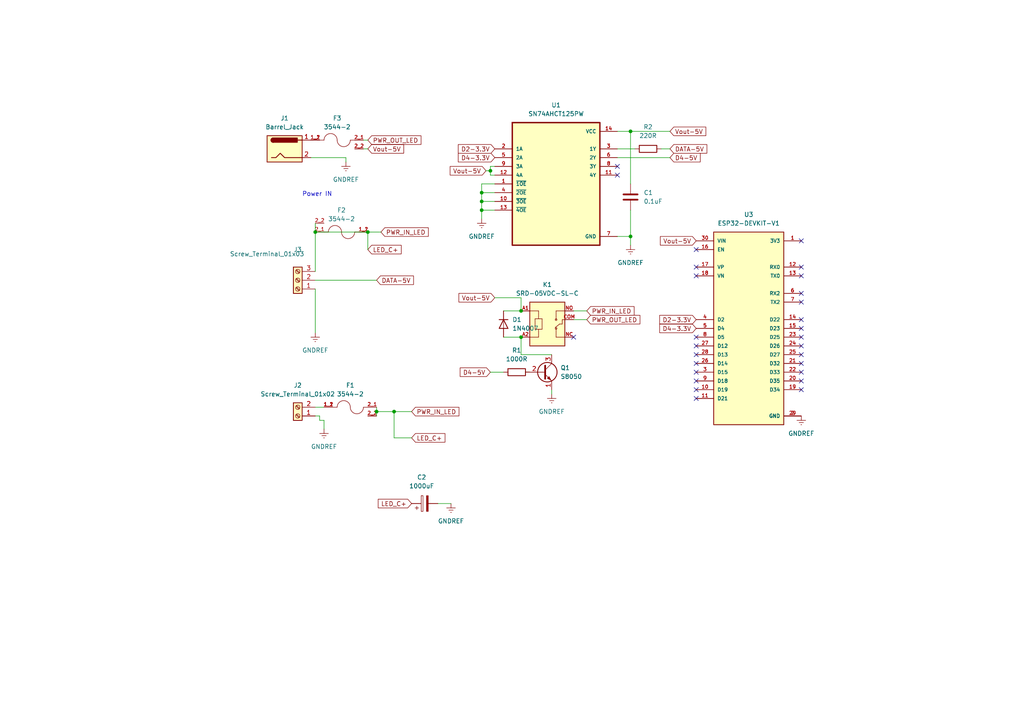
<source format=kicad_sch>
(kicad_sch (version 20230121) (generator eeschema)

  (uuid 223bf360-b0ed-489b-b245-ab0ef4347b4c)

  (paper "A4")

  (title_block
    (title "WLED Mini Project")
  )

  (lib_symbols
    (symbol "3544-2:3544-2" (pin_names (offset 1.016)) (in_bom yes) (on_board yes)
      (property "Reference" "F1" (at 0 6.35 0)
        (effects (font (size 1.27 1.27)))
      )
      (property "Value" "3544-2" (at 0 3.81 0)
        (effects (font (size 1.27 1.27)))
      )
      (property "Footprint" "FUSE_3544-2" (at 8.89 6.35 0)
        (effects (font (size 1.27 1.27)) (justify bottom) hide)
      )
      (property "Datasheet" "" (at 0 0 0)
        (effects (font (size 1.27 1.27)) hide)
      )
      (property "PARTREV" "C" (at -3.81 -2.54 0)
        (effects (font (size 1.27 1.27)) (justify bottom) hide)
      )
      (property "STANDARD" "Manufacturer Recommendations" (at 0 -7.62 0)
        (effects (font (size 1.27 1.27)) (justify bottom) hide)
      )
      (property "SNAPEDA_PN" "3544-2" (at 5.08 -5.08 0)
        (effects (font (size 1.27 1.27)) (justify bottom) hide)
      )
      (property "MAXIMUM_PACKAGE_HEIGHT" "9.02mm" (at -3.81 -5.08 0)
        (effects (font (size 1.27 1.27)) (justify bottom) hide)
      )
      (property "MANUFACTURER" "Keystone" (at 10.16 3.81 0)
        (effects (font (size 1.27 1.27)) (justify bottom) hide)
      )
      (symbol "3544-2_0_0"
        (arc (start 0 0) (mid -1.905 1.8967) (end -3.81 0)
          (stroke (width 0.1524) (type default))
          (fill (type none))
        )
        (polyline
          (pts
            (xy -5.08 0)
            (xy -3.81 0)
          )
          (stroke (width 0.1524) (type default))
          (fill (type none))
        )
        (polyline
          (pts
            (xy 5.08 0)
            (xy 3.81 0)
          )
          (stroke (width 0.1524) (type default))
          (fill (type none))
        )
        (arc (start 0 0) (mid 1.905 -1.8967) (end 3.81 0)
          (stroke (width 0.1524) (type default))
          (fill (type none))
        )
        (pin passive line (at -7.62 0 0) (length 2.54)
          (name "~" (effects (font (size 1.016 1.016))))
          (number "1_1" (effects (font (size 1.016 1.016))))
        )
        (pin passive line (at -7.62 0 0) (length 2.54)
          (name "~" (effects (font (size 1.016 1.016))))
          (number "1_2" (effects (font (size 1.016 1.016))))
        )
        (pin passive line (at 7.62 0 180) (length 2.54)
          (name "~" (effects (font (size 1.016 1.016))))
          (number "2_1" (effects (font (size 1.016 1.016))))
        )
        (pin passive line (at 7.62 -2.54 180) (length 2.54)
          (name "~" (effects (font (size 1.016 1.016))))
          (number "2_2" (effects (font (size 1.016 1.016))))
        )
      )
    )
    (symbol "Connector:Barrel_Jack" (pin_names (offset 1.016)) (in_bom yes) (on_board yes)
      (property "Reference" "J" (at 0 5.334 0)
        (effects (font (size 1.27 1.27)))
      )
      (property "Value" "Barrel_Jack" (at 0 -5.08 0)
        (effects (font (size 1.27 1.27)))
      )
      (property "Footprint" "" (at 1.27 -1.016 0)
        (effects (font (size 1.27 1.27)) hide)
      )
      (property "Datasheet" "~" (at 1.27 -1.016 0)
        (effects (font (size 1.27 1.27)) hide)
      )
      (property "ki_keywords" "DC power barrel jack connector" (at 0 0 0)
        (effects (font (size 1.27 1.27)) hide)
      )
      (property "ki_description" "DC Barrel Jack" (at 0 0 0)
        (effects (font (size 1.27 1.27)) hide)
      )
      (property "ki_fp_filters" "BarrelJack*" (at 0 0 0)
        (effects (font (size 1.27 1.27)) hide)
      )
      (symbol "Barrel_Jack_0_1"
        (rectangle (start -5.08 3.81) (end 5.08 -3.81)
          (stroke (width 0.254) (type default))
          (fill (type background))
        )
        (arc (start -3.302 3.175) (mid -3.9343 2.54) (end -3.302 1.905)
          (stroke (width 0.254) (type default))
          (fill (type none))
        )
        (arc (start -3.302 3.175) (mid -3.9343 2.54) (end -3.302 1.905)
          (stroke (width 0.254) (type default))
          (fill (type outline))
        )
        (polyline
          (pts
            (xy 5.08 2.54)
            (xy 3.81 2.54)
          )
          (stroke (width 0.254) (type default))
          (fill (type none))
        )
        (polyline
          (pts
            (xy -3.81 -2.54)
            (xy -2.54 -2.54)
            (xy -1.27 -1.27)
            (xy 0 -2.54)
            (xy 2.54 -2.54)
            (xy 5.08 -2.54)
          )
          (stroke (width 0.254) (type default))
          (fill (type none))
        )
        (rectangle (start 3.683 3.175) (end -3.302 1.905)
          (stroke (width 0.254) (type default))
          (fill (type outline))
        )
      )
      (symbol "Barrel_Jack_1_1"
        (pin passive line (at 7.62 2.54 180) (length 2.54)
          (name "~" (effects (font (size 1.27 1.27))))
          (number "1" (effects (font (size 1.27 1.27))))
        )
        (pin passive line (at 7.62 -2.54 180) (length 2.54)
          (name "~" (effects (font (size 1.27 1.27))))
          (number "2" (effects (font (size 1.27 1.27))))
        )
      )
    )
    (symbol "Connector:Screw_Terminal_01x02" (pin_names (offset 1.016) hide) (in_bom yes) (on_board yes)
      (property "Reference" "J" (at 0 2.54 0)
        (effects (font (size 1.27 1.27)))
      )
      (property "Value" "Screw_Terminal_01x02" (at 0 -5.08 0)
        (effects (font (size 1.27 1.27)))
      )
      (property "Footprint" "" (at 0 0 0)
        (effects (font (size 1.27 1.27)) hide)
      )
      (property "Datasheet" "~" (at 0 0 0)
        (effects (font (size 1.27 1.27)) hide)
      )
      (property "ki_keywords" "screw terminal" (at 0 0 0)
        (effects (font (size 1.27 1.27)) hide)
      )
      (property "ki_description" "Generic screw terminal, single row, 01x02, script generated (kicad-library-utils/schlib/autogen/connector/)" (at 0 0 0)
        (effects (font (size 1.27 1.27)) hide)
      )
      (property "ki_fp_filters" "TerminalBlock*:*" (at 0 0 0)
        (effects (font (size 1.27 1.27)) hide)
      )
      (symbol "Screw_Terminal_01x02_1_1"
        (rectangle (start -1.27 1.27) (end 1.27 -3.81)
          (stroke (width 0.254) (type default))
          (fill (type background))
        )
        (circle (center 0 -2.54) (radius 0.635)
          (stroke (width 0.1524) (type default))
          (fill (type none))
        )
        (polyline
          (pts
            (xy -0.5334 -2.2098)
            (xy 0.3302 -3.048)
          )
          (stroke (width 0.1524) (type default))
          (fill (type none))
        )
        (polyline
          (pts
            (xy -0.5334 0.3302)
            (xy 0.3302 -0.508)
          )
          (stroke (width 0.1524) (type default))
          (fill (type none))
        )
        (polyline
          (pts
            (xy -0.3556 -2.032)
            (xy 0.508 -2.8702)
          )
          (stroke (width 0.1524) (type default))
          (fill (type none))
        )
        (polyline
          (pts
            (xy -0.3556 0.508)
            (xy 0.508 -0.3302)
          )
          (stroke (width 0.1524) (type default))
          (fill (type none))
        )
        (circle (center 0 0) (radius 0.635)
          (stroke (width 0.1524) (type default))
          (fill (type none))
        )
        (pin passive line (at -5.08 0 0) (length 3.81)
          (name "Pin_1" (effects (font (size 1.27 1.27))))
          (number "1" (effects (font (size 1.27 1.27))))
        )
        (pin passive line (at -5.08 -2.54 0) (length 3.81)
          (name "Pin_2" (effects (font (size 1.27 1.27))))
          (number "2" (effects (font (size 1.27 1.27))))
        )
      )
    )
    (symbol "Connector:Screw_Terminal_01x03" (pin_names (offset 1.016) hide) (in_bom yes) (on_board yes)
      (property "Reference" "J" (at 0 5.08 0)
        (effects (font (size 1.27 1.27)))
      )
      (property "Value" "Screw_Terminal_01x03" (at 0 -5.08 0)
        (effects (font (size 1.27 1.27)))
      )
      (property "Footprint" "" (at 0 0 0)
        (effects (font (size 1.27 1.27)) hide)
      )
      (property "Datasheet" "~" (at 0 0 0)
        (effects (font (size 1.27 1.27)) hide)
      )
      (property "ki_keywords" "screw terminal" (at 0 0 0)
        (effects (font (size 1.27 1.27)) hide)
      )
      (property "ki_description" "Generic screw terminal, single row, 01x03, script generated (kicad-library-utils/schlib/autogen/connector/)" (at 0 0 0)
        (effects (font (size 1.27 1.27)) hide)
      )
      (property "ki_fp_filters" "TerminalBlock*:*" (at 0 0 0)
        (effects (font (size 1.27 1.27)) hide)
      )
      (symbol "Screw_Terminal_01x03_1_1"
        (rectangle (start -1.27 3.81) (end 1.27 -3.81)
          (stroke (width 0.254) (type default))
          (fill (type background))
        )
        (circle (center 0 -2.54) (radius 0.635)
          (stroke (width 0.1524) (type default))
          (fill (type none))
        )
        (polyline
          (pts
            (xy -0.5334 -2.2098)
            (xy 0.3302 -3.048)
          )
          (stroke (width 0.1524) (type default))
          (fill (type none))
        )
        (polyline
          (pts
            (xy -0.5334 0.3302)
            (xy 0.3302 -0.508)
          )
          (stroke (width 0.1524) (type default))
          (fill (type none))
        )
        (polyline
          (pts
            (xy -0.5334 2.8702)
            (xy 0.3302 2.032)
          )
          (stroke (width 0.1524) (type default))
          (fill (type none))
        )
        (polyline
          (pts
            (xy -0.3556 -2.032)
            (xy 0.508 -2.8702)
          )
          (stroke (width 0.1524) (type default))
          (fill (type none))
        )
        (polyline
          (pts
            (xy -0.3556 0.508)
            (xy 0.508 -0.3302)
          )
          (stroke (width 0.1524) (type default))
          (fill (type none))
        )
        (polyline
          (pts
            (xy -0.3556 3.048)
            (xy 0.508 2.2098)
          )
          (stroke (width 0.1524) (type default))
          (fill (type none))
        )
        (circle (center 0 0) (radius 0.635)
          (stroke (width 0.1524) (type default))
          (fill (type none))
        )
        (circle (center 0 2.54) (radius 0.635)
          (stroke (width 0.1524) (type default))
          (fill (type none))
        )
        (pin passive line (at -5.08 2.54 0) (length 3.81)
          (name "Pin_1" (effects (font (size 1.27 1.27))))
          (number "1" (effects (font (size 1.27 1.27))))
        )
        (pin passive line (at -5.08 0 0) (length 3.81)
          (name "Pin_2" (effects (font (size 1.27 1.27))))
          (number "2" (effects (font (size 1.27 1.27))))
        )
        (pin passive line (at -5.08 -2.54 0) (length 3.81)
          (name "Pin_3" (effects (font (size 1.27 1.27))))
          (number "3" (effects (font (size 1.27 1.27))))
        )
      )
    )
    (symbol "Device:C" (pin_numbers hide) (pin_names (offset 0.254)) (in_bom yes) (on_board yes)
      (property "Reference" "C" (at 0.635 2.54 0)
        (effects (font (size 1.27 1.27)) (justify left))
      )
      (property "Value" "C" (at 0.635 -2.54 0)
        (effects (font (size 1.27 1.27)) (justify left))
      )
      (property "Footprint" "" (at 0.9652 -3.81 0)
        (effects (font (size 1.27 1.27)) hide)
      )
      (property "Datasheet" "~" (at 0 0 0)
        (effects (font (size 1.27 1.27)) hide)
      )
      (property "ki_keywords" "cap capacitor" (at 0 0 0)
        (effects (font (size 1.27 1.27)) hide)
      )
      (property "ki_description" "Unpolarized capacitor" (at 0 0 0)
        (effects (font (size 1.27 1.27)) hide)
      )
      (property "ki_fp_filters" "C_*" (at 0 0 0)
        (effects (font (size 1.27 1.27)) hide)
      )
      (symbol "C_0_1"
        (polyline
          (pts
            (xy -2.032 -0.762)
            (xy 2.032 -0.762)
          )
          (stroke (width 0.508) (type default))
          (fill (type none))
        )
        (polyline
          (pts
            (xy -2.032 0.762)
            (xy 2.032 0.762)
          )
          (stroke (width 0.508) (type default))
          (fill (type none))
        )
      )
      (symbol "C_1_1"
        (pin passive line (at 0 3.81 270) (length 2.794)
          (name "~" (effects (font (size 1.27 1.27))))
          (number "1" (effects (font (size 1.27 1.27))))
        )
        (pin passive line (at 0 -3.81 90) (length 2.794)
          (name "~" (effects (font (size 1.27 1.27))))
          (number "2" (effects (font (size 1.27 1.27))))
        )
      )
    )
    (symbol "Device:C_Polarized" (pin_numbers hide) (pin_names (offset 0.254)) (in_bom yes) (on_board yes)
      (property "Reference" "C" (at 0.635 2.54 0)
        (effects (font (size 1.27 1.27)) (justify left))
      )
      (property "Value" "C_Polarized" (at 0.635 -2.54 0)
        (effects (font (size 1.27 1.27)) (justify left))
      )
      (property "Footprint" "" (at 0.9652 -3.81 0)
        (effects (font (size 1.27 1.27)) hide)
      )
      (property "Datasheet" "~" (at 0 0 0)
        (effects (font (size 1.27 1.27)) hide)
      )
      (property "ki_keywords" "cap capacitor" (at 0 0 0)
        (effects (font (size 1.27 1.27)) hide)
      )
      (property "ki_description" "Polarized capacitor" (at 0 0 0)
        (effects (font (size 1.27 1.27)) hide)
      )
      (property "ki_fp_filters" "CP_*" (at 0 0 0)
        (effects (font (size 1.27 1.27)) hide)
      )
      (symbol "C_Polarized_0_1"
        (rectangle (start -2.286 0.508) (end 2.286 1.016)
          (stroke (width 0) (type default))
          (fill (type none))
        )
        (polyline
          (pts
            (xy -1.778 2.286)
            (xy -0.762 2.286)
          )
          (stroke (width 0) (type default))
          (fill (type none))
        )
        (polyline
          (pts
            (xy -1.27 2.794)
            (xy -1.27 1.778)
          )
          (stroke (width 0) (type default))
          (fill (type none))
        )
        (rectangle (start 2.286 -0.508) (end -2.286 -1.016)
          (stroke (width 0) (type default))
          (fill (type outline))
        )
      )
      (symbol "C_Polarized_1_1"
        (pin passive line (at 0 3.81 270) (length 2.794)
          (name "~" (effects (font (size 1.27 1.27))))
          (number "1" (effects (font (size 1.27 1.27))))
        )
        (pin passive line (at 0 -3.81 90) (length 2.794)
          (name "~" (effects (font (size 1.27 1.27))))
          (number "2" (effects (font (size 1.27 1.27))))
        )
      )
    )
    (symbol "Device:R" (pin_numbers hide) (pin_names (offset 0)) (in_bom yes) (on_board yes)
      (property "Reference" "R" (at 2.032 0 90)
        (effects (font (size 1.27 1.27)))
      )
      (property "Value" "R" (at 0 0 90)
        (effects (font (size 1.27 1.27)))
      )
      (property "Footprint" "" (at -1.778 0 90)
        (effects (font (size 1.27 1.27)) hide)
      )
      (property "Datasheet" "~" (at 0 0 0)
        (effects (font (size 1.27 1.27)) hide)
      )
      (property "ki_keywords" "R res resistor" (at 0 0 0)
        (effects (font (size 1.27 1.27)) hide)
      )
      (property "ki_description" "Resistor" (at 0 0 0)
        (effects (font (size 1.27 1.27)) hide)
      )
      (property "ki_fp_filters" "R_*" (at 0 0 0)
        (effects (font (size 1.27 1.27)) hide)
      )
      (symbol "R_0_1"
        (rectangle (start -1.016 -2.54) (end 1.016 2.54)
          (stroke (width 0.254) (type default))
          (fill (type none))
        )
      )
      (symbol "R_1_1"
        (pin passive line (at 0 3.81 270) (length 1.27)
          (name "~" (effects (font (size 1.27 1.27))))
          (number "1" (effects (font (size 1.27 1.27))))
        )
        (pin passive line (at 0 -3.81 90) (length 1.27)
          (name "~" (effects (font (size 1.27 1.27))))
          (number "2" (effects (font (size 1.27 1.27))))
        )
      )
    )
    (symbol "Diode:1N4007" (pin_numbers hide) (pin_names hide) (in_bom yes) (on_board yes)
      (property "Reference" "D" (at 0 2.54 0)
        (effects (font (size 1.27 1.27)))
      )
      (property "Value" "1N4007" (at 0 -2.54 0)
        (effects (font (size 1.27 1.27)))
      )
      (property "Footprint" "Diode_THT:D_DO-41_SOD81_P10.16mm_Horizontal" (at 0 -4.445 0)
        (effects (font (size 1.27 1.27)) hide)
      )
      (property "Datasheet" "http://www.vishay.com/docs/88503/1n4001.pdf" (at 0 0 0)
        (effects (font (size 1.27 1.27)) hide)
      )
      (property "Sim.Device" "D" (at 0 0 0)
        (effects (font (size 1.27 1.27)) hide)
      )
      (property "Sim.Pins" "1=K 2=A" (at 0 0 0)
        (effects (font (size 1.27 1.27)) hide)
      )
      (property "ki_keywords" "diode" (at 0 0 0)
        (effects (font (size 1.27 1.27)) hide)
      )
      (property "ki_description" "1000V 1A General Purpose Rectifier Diode, DO-41" (at 0 0 0)
        (effects (font (size 1.27 1.27)) hide)
      )
      (property "ki_fp_filters" "D*DO?41*" (at 0 0 0)
        (effects (font (size 1.27 1.27)) hide)
      )
      (symbol "1N4007_0_1"
        (polyline
          (pts
            (xy -1.27 1.27)
            (xy -1.27 -1.27)
          )
          (stroke (width 0.254) (type default))
          (fill (type none))
        )
        (polyline
          (pts
            (xy 1.27 0)
            (xy -1.27 0)
          )
          (stroke (width 0) (type default))
          (fill (type none))
        )
        (polyline
          (pts
            (xy 1.27 1.27)
            (xy 1.27 -1.27)
            (xy -1.27 0)
            (xy 1.27 1.27)
          )
          (stroke (width 0.254) (type default))
          (fill (type none))
        )
      )
      (symbol "1N4007_1_1"
        (pin passive line (at -3.81 0 0) (length 2.54)
          (name "K" (effects (font (size 1.27 1.27))))
          (number "1" (effects (font (size 1.27 1.27))))
        )
        (pin passive line (at 3.81 0 180) (length 2.54)
          (name "A" (effects (font (size 1.27 1.27))))
          (number "2" (effects (font (size 1.27 1.27))))
        )
      )
    )
    (symbol "ESP32-DEVKIT-V1:ESP32-DEVKIT-V1" (pin_names (offset 1.016)) (in_bom yes) (on_board yes)
      (property "Reference" "U" (at -10.16 30.48 0)
        (effects (font (size 1.27 1.27)) (justify left top))
      )
      (property "Value" "ESP32-DEVKIT-V1" (at -10.16 -30.48 0)
        (effects (font (size 1.27 1.27)) (justify left bottom))
      )
      (property "Footprint" "MODULE_ESP32_DEVKIT_V1" (at 0 0 0)
        (effects (font (size 1.27 1.27)) (justify bottom) hide)
      )
      (property "Datasheet" "" (at 0 0 0)
        (effects (font (size 1.27 1.27)) hide)
      )
      (property "PARTREV" "N/A" (at 0 0 0)
        (effects (font (size 1.27 1.27)) (justify bottom) hide)
      )
      (property "STANDARD" "Manufacturer Recommendations" (at 0 0 0)
        (effects (font (size 1.27 1.27)) (justify bottom) hide)
      )
      (property "MAXIMUM_PACKAGE_HEIGHT" "6.8 mm" (at 0 0 0)
        (effects (font (size 1.27 1.27)) (justify bottom) hide)
      )
      (property "MANUFACTURER" "DOIT" (at 0 0 0)
        (effects (font (size 1.27 1.27)) (justify bottom) hide)
      )
      (symbol "ESP32-DEVKIT-V1_0_0"
        (rectangle (start -10.16 -27.94) (end 10.16 27.94)
          (stroke (width 0.254) (type default))
          (fill (type background))
        )
        (pin output line (at 15.24 25.4 180) (length 5.08)
          (name "3V3" (effects (font (size 1.016 1.016))))
          (number "1" (effects (font (size 1.016 1.016))))
        )
        (pin bidirectional line (at -15.24 -17.78 0) (length 5.08)
          (name "D19" (effects (font (size 1.016 1.016))))
          (number "10" (effects (font (size 1.016 1.016))))
        )
        (pin bidirectional line (at -15.24 -20.32 0) (length 5.08)
          (name "D21" (effects (font (size 1.016 1.016))))
          (number "11" (effects (font (size 1.016 1.016))))
        )
        (pin input line (at 15.24 17.78 180) (length 5.08)
          (name "RX0" (effects (font (size 1.016 1.016))))
          (number "12" (effects (font (size 1.016 1.016))))
        )
        (pin output line (at 15.24 15.24 180) (length 5.08)
          (name "TX0" (effects (font (size 1.016 1.016))))
          (number "13" (effects (font (size 1.016 1.016))))
        )
        (pin bidirectional line (at 15.24 2.54 180) (length 5.08)
          (name "D22" (effects (font (size 1.016 1.016))))
          (number "14" (effects (font (size 1.016 1.016))))
        )
        (pin bidirectional line (at 15.24 0 180) (length 5.08)
          (name "D23" (effects (font (size 1.016 1.016))))
          (number "15" (effects (font (size 1.016 1.016))))
        )
        (pin input line (at -15.24 22.86 0) (length 5.08)
          (name "EN" (effects (font (size 1.016 1.016))))
          (number "16" (effects (font (size 1.016 1.016))))
        )
        (pin bidirectional line (at -15.24 17.78 0) (length 5.08)
          (name "VP" (effects (font (size 1.016 1.016))))
          (number "17" (effects (font (size 1.016 1.016))))
        )
        (pin bidirectional line (at -15.24 15.24 0) (length 5.08)
          (name "VN" (effects (font (size 1.016 1.016))))
          (number "18" (effects (font (size 1.016 1.016))))
        )
        (pin bidirectional line (at 15.24 -17.78 180) (length 5.08)
          (name "D34" (effects (font (size 1.016 1.016))))
          (number "19" (effects (font (size 1.016 1.016))))
        )
        (pin power_in line (at 15.24 -25.4 180) (length 5.08)
          (name "GND" (effects (font (size 1.016 1.016))))
          (number "2" (effects (font (size 1.016 1.016))))
        )
        (pin bidirectional line (at 15.24 -15.24 180) (length 5.08)
          (name "D35" (effects (font (size 1.016 1.016))))
          (number "20" (effects (font (size 1.016 1.016))))
        )
        (pin bidirectional line (at 15.24 -10.16 180) (length 5.08)
          (name "D32" (effects (font (size 1.016 1.016))))
          (number "21" (effects (font (size 1.016 1.016))))
        )
        (pin bidirectional line (at 15.24 -12.7 180) (length 5.08)
          (name "D33" (effects (font (size 1.016 1.016))))
          (number "22" (effects (font (size 1.016 1.016))))
        )
        (pin bidirectional line (at 15.24 -2.54 180) (length 5.08)
          (name "D25" (effects (font (size 1.016 1.016))))
          (number "23" (effects (font (size 1.016 1.016))))
        )
        (pin bidirectional line (at 15.24 -5.08 180) (length 5.08)
          (name "D26" (effects (font (size 1.016 1.016))))
          (number "24" (effects (font (size 1.016 1.016))))
        )
        (pin bidirectional line (at 15.24 -7.62 180) (length 5.08)
          (name "D27" (effects (font (size 1.016 1.016))))
          (number "25" (effects (font (size 1.016 1.016))))
        )
        (pin bidirectional line (at -15.24 -10.16 0) (length 5.08)
          (name "D14" (effects (font (size 1.016 1.016))))
          (number "26" (effects (font (size 1.016 1.016))))
        )
        (pin bidirectional line (at -15.24 -5.08 0) (length 5.08)
          (name "D12" (effects (font (size 1.016 1.016))))
          (number "27" (effects (font (size 1.016 1.016))))
        )
        (pin bidirectional line (at -15.24 -7.62 0) (length 5.08)
          (name "D13" (effects (font (size 1.016 1.016))))
          (number "28" (effects (font (size 1.016 1.016))))
        )
        (pin power_in line (at 15.24 -25.4 180) (length 5.08)
          (name "GND" (effects (font (size 1.016 1.016))))
          (number "29" (effects (font (size 1.016 1.016))))
        )
        (pin bidirectional line (at -15.24 -12.7 0) (length 5.08)
          (name "D15" (effects (font (size 1.016 1.016))))
          (number "3" (effects (font (size 1.016 1.016))))
        )
        (pin input line (at -15.24 25.4 0) (length 5.08)
          (name "VIN" (effects (font (size 1.016 1.016))))
          (number "30" (effects (font (size 1.016 1.016))))
        )
        (pin bidirectional line (at -15.24 2.54 0) (length 5.08)
          (name "D2" (effects (font (size 1.016 1.016))))
          (number "4" (effects (font (size 1.016 1.016))))
        )
        (pin bidirectional line (at -15.24 0 0) (length 5.08)
          (name "D4" (effects (font (size 1.016 1.016))))
          (number "5" (effects (font (size 1.016 1.016))))
        )
        (pin input line (at 15.24 10.16 180) (length 5.08)
          (name "RX2" (effects (font (size 1.016 1.016))))
          (number "6" (effects (font (size 1.016 1.016))))
        )
        (pin output line (at 15.24 7.62 180) (length 5.08)
          (name "TX2" (effects (font (size 1.016 1.016))))
          (number "7" (effects (font (size 1.016 1.016))))
        )
        (pin bidirectional line (at -15.24 -2.54 0) (length 5.08)
          (name "D5" (effects (font (size 1.016 1.016))))
          (number "8" (effects (font (size 1.016 1.016))))
        )
        (pin bidirectional line (at -15.24 -15.24 0) (length 5.08)
          (name "D18" (effects (font (size 1.016 1.016))))
          (number "9" (effects (font (size 1.016 1.016))))
        )
      )
    )
    (symbol "SN74AHCT125PW:SN74AHCT125PW" (pin_names (offset 1.016)) (in_bom yes) (on_board yes)
      (property "Reference" "U" (at -12.7 18.78 0)
        (effects (font (size 1.27 1.27)) (justify left bottom))
      )
      (property "Value" "SN74AHCT125PW" (at -12.7 -21.78 0)
        (effects (font (size 1.27 1.27)) (justify left bottom))
      )
      (property "Footprint" "SOP65P640X120-14N" (at 0 0 0)
        (effects (font (size 1.27 1.27)) (justify bottom) hide)
      )
      (property "Datasheet" "" (at 0 0 0)
        (effects (font (size 1.27 1.27)) hide)
      )
      (symbol "SN74AHCT125PW_0_0"
        (rectangle (start -12.7 -17.78) (end 12.7 17.78)
          (stroke (width 0.41) (type default))
          (fill (type background))
        )
        (pin input line (at -17.78 0 0) (length 5.08)
          (name "~{1OE}" (effects (font (size 1.016 1.016))))
          (number "1" (effects (font (size 1.016 1.016))))
        )
        (pin input line (at -17.78 -5.08 0) (length 5.08)
          (name "~{3OE}" (effects (font (size 1.016 1.016))))
          (number "10" (effects (font (size 1.016 1.016))))
        )
        (pin output line (at 17.78 2.54 180) (length 5.08)
          (name "4Y" (effects (font (size 1.016 1.016))))
          (number "11" (effects (font (size 1.016 1.016))))
        )
        (pin input line (at -17.78 2.54 0) (length 5.08)
          (name "4A" (effects (font (size 1.016 1.016))))
          (number "12" (effects (font (size 1.016 1.016))))
        )
        (pin input line (at -17.78 -7.62 0) (length 5.08)
          (name "~{4OE}" (effects (font (size 1.016 1.016))))
          (number "13" (effects (font (size 1.016 1.016))))
        )
        (pin power_in line (at 17.78 15.24 180) (length 5.08)
          (name "VCC" (effects (font (size 1.016 1.016))))
          (number "14" (effects (font (size 1.016 1.016))))
        )
        (pin input line (at -17.78 10.16 0) (length 5.08)
          (name "1A" (effects (font (size 1.016 1.016))))
          (number "2" (effects (font (size 1.016 1.016))))
        )
        (pin output line (at 17.78 10.16 180) (length 5.08)
          (name "1Y" (effects (font (size 1.016 1.016))))
          (number "3" (effects (font (size 1.016 1.016))))
        )
        (pin input line (at -17.78 -2.54 0) (length 5.08)
          (name "~{2OE}" (effects (font (size 1.016 1.016))))
          (number "4" (effects (font (size 1.016 1.016))))
        )
        (pin input line (at -17.78 7.62 0) (length 5.08)
          (name "2A" (effects (font (size 1.016 1.016))))
          (number "5" (effects (font (size 1.016 1.016))))
        )
        (pin output line (at 17.78 7.62 180) (length 5.08)
          (name "2Y" (effects (font (size 1.016 1.016))))
          (number "6" (effects (font (size 1.016 1.016))))
        )
        (pin power_in line (at 17.78 -15.24 180) (length 5.08)
          (name "GND" (effects (font (size 1.016 1.016))))
          (number "7" (effects (font (size 1.016 1.016))))
        )
        (pin output line (at 17.78 5.08 180) (length 5.08)
          (name "3Y" (effects (font (size 1.016 1.016))))
          (number "8" (effects (font (size 1.016 1.016))))
        )
        (pin input line (at -17.78 5.08 0) (length 5.08)
          (name "3A" (effects (font (size 1.016 1.016))))
          (number "9" (effects (font (size 1.016 1.016))))
        )
      )
    )
    (symbol "SRD-05VDC-SL-C:SRD-05VDC-SL-C" (pin_names (offset 1.016)) (in_bom yes) (on_board yes)
      (property "Reference" "K" (at -5.0809 5.843 0)
        (effects (font (size 1.27 1.27)) (justify left bottom))
      )
      (property "Value" "SRD-05VDC-SL-C" (at -5.0832 -10.1664 0)
        (effects (font (size 1.27 1.27)) (justify left bottom))
      )
      (property "Footprint" "RELAY_SRD-05VDC-SL-C" (at 0 0 0)
        (effects (font (size 1.27 1.27)) (justify bottom) hide)
      )
      (property "Datasheet" "" (at 0 0 0)
        (effects (font (size 1.27 1.27)) hide)
      )
      (property "MANUFACTURER" "SONGLE RELAY" (at 0 0 0)
        (effects (font (size 1.27 1.27)) (justify bottom) hide)
      )
      (property "STANDARD" "IPC-7251" (at 0 0 0)
        (effects (font (size 1.27 1.27)) (justify bottom) hide)
      )
      (symbol "SRD-05VDC-SL-C_0_0"
        (rectangle (start -5.08 -7.62) (end 5.08 5.08)
          (stroke (width 0.254) (type default))
          (fill (type background))
        )
        (polyline
          (pts
            (xy -5.08 2.54)
            (xy -2.54 2.54)
          )
          (stroke (width 0.1524) (type default))
          (fill (type none))
        )
        (polyline
          (pts
            (xy -3.556 -2.794)
            (xy -2.54 -2.794)
          )
          (stroke (width 0.1524) (type default))
          (fill (type none))
        )
        (polyline
          (pts
            (xy -3.556 0.254)
            (xy -3.556 -2.794)
          )
          (stroke (width 0.1524) (type default))
          (fill (type none))
        )
        (polyline
          (pts
            (xy -2.54 -5.08)
            (xy -5.08 -5.08)
          )
          (stroke (width 0.1524) (type default))
          (fill (type none))
        )
        (polyline
          (pts
            (xy -2.54 -2.794)
            (xy -2.54 -5.08)
          )
          (stroke (width 0.1524) (type default))
          (fill (type none))
        )
        (polyline
          (pts
            (xy -2.54 -2.794)
            (xy -1.524 -2.794)
          )
          (stroke (width 0.1524) (type default))
          (fill (type none))
        )
        (polyline
          (pts
            (xy -2.54 0.254)
            (xy -3.556 0.254)
          )
          (stroke (width 0.1524) (type default))
          (fill (type none))
        )
        (polyline
          (pts
            (xy -2.54 2.54)
            (xy -2.54 0.254)
          )
          (stroke (width 0.1524) (type default))
          (fill (type none))
        )
        (polyline
          (pts
            (xy -1.524 -2.794)
            (xy -1.524 0.254)
          )
          (stroke (width 0.1524) (type default))
          (fill (type none))
        )
        (polyline
          (pts
            (xy -1.524 0.254)
            (xy -2.54 0.254)
          )
          (stroke (width 0.1524) (type default))
          (fill (type none))
        )
        (polyline
          (pts
            (xy 2.54 -5.08)
            (xy 5.08 -5.08)
          )
          (stroke (width 0.1524) (type default))
          (fill (type none))
        )
        (polyline
          (pts
            (xy 2.54 -2.54)
            (xy 2.54 -5.08)
          )
          (stroke (width 0.1524) (type default))
          (fill (type none))
        )
        (polyline
          (pts
            (xy 2.54 2.54)
            (xy 2.54 0)
          )
          (stroke (width 0.1524) (type default))
          (fill (type none))
        )
        (polyline
          (pts
            (xy 3.556 -1.27)
            (xy 2.286 -2.286)
          )
          (stroke (width 0.1524) (type default))
          (fill (type none))
        )
        (polyline
          (pts
            (xy 3.556 -1.27)
            (xy 4.318 -1.27)
          )
          (stroke (width 0.1524) (type default))
          (fill (type none))
        )
        (polyline
          (pts
            (xy 4.318 -1.27)
            (xy 4.318 0)
          )
          (stroke (width 0.1524) (type default))
          (fill (type none))
        )
        (polyline
          (pts
            (xy 4.318 0)
            (xy 5.08 0)
          )
          (stroke (width 0.1524) (type default))
          (fill (type none))
        )
        (polyline
          (pts
            (xy 5.08 2.54)
            (xy 2.54 2.54)
          )
          (stroke (width 0.1524) (type default))
          (fill (type none))
        )
        (circle (center 2.54 -2.54) (radius 0.254)
          (stroke (width 0.1524) (type default))
          (fill (type none))
        )
        (circle (center 2.54 0) (radius 0.254)
          (stroke (width 0.1524) (type default))
          (fill (type none))
        )
        (pin passive line (at -7.62 2.54 0) (length 2.54)
          (name "~" (effects (font (size 1.016 1.016))))
          (number "A1" (effects (font (size 1.016 1.016))))
        )
        (pin passive line (at -7.62 -5.08 0) (length 2.54)
          (name "~" (effects (font (size 1.016 1.016))))
          (number "A2" (effects (font (size 1.016 1.016))))
        )
        (pin passive line (at 7.62 0 180) (length 2.54)
          (name "~" (effects (font (size 1.016 1.016))))
          (number "COM" (effects (font (size 1.016 1.016))))
        )
        (pin passive line (at 7.62 -5.08 180) (length 2.54)
          (name "~" (effects (font (size 1.016 1.016))))
          (number "NC" (effects (font (size 1.016 1.016))))
        )
        (pin passive line (at 7.62 2.54 180) (length 2.54)
          (name "~" (effects (font (size 1.016 1.016))))
          (number "NO" (effects (font (size 1.016 1.016))))
        )
      )
    )
    (symbol "Transistor_BJT:S8050" (pin_names (offset 0) hide) (in_bom yes) (on_board yes)
      (property "Reference" "Q" (at 5.08 1.905 0)
        (effects (font (size 1.27 1.27)) (justify left))
      )
      (property "Value" "S8050" (at 5.08 0 0)
        (effects (font (size 1.27 1.27)) (justify left))
      )
      (property "Footprint" "Package_TO_SOT_THT:TO-92_Inline" (at 5.08 -1.905 0)
        (effects (font (size 1.27 1.27) italic) (justify left) hide)
      )
      (property "Datasheet" "http://www.unisonic.com.tw/datasheet/S8050.pdf" (at 0 0 0)
        (effects (font (size 1.27 1.27)) (justify left) hide)
      )
      (property "ki_keywords" "S8050 NPN Low Voltage High Current Transistor" (at 0 0 0)
        (effects (font (size 1.27 1.27)) hide)
      )
      (property "ki_description" "0.7A Ic, 20V Vce, Low Voltage High Current NPN Transistor, TO-92" (at 0 0 0)
        (effects (font (size 1.27 1.27)) hide)
      )
      (property "ki_fp_filters" "TO?92*" (at 0 0 0)
        (effects (font (size 1.27 1.27)) hide)
      )
      (symbol "S8050_0_1"
        (polyline
          (pts
            (xy 0 0)
            (xy 0.635 0)
          )
          (stroke (width 0) (type default))
          (fill (type none))
        )
        (polyline
          (pts
            (xy 0.635 0.635)
            (xy 2.54 2.54)
          )
          (stroke (width 0) (type default))
          (fill (type none))
        )
        (polyline
          (pts
            (xy 0.635 -0.635)
            (xy 2.54 -2.54)
            (xy 2.54 -2.54)
          )
          (stroke (width 0) (type default))
          (fill (type none))
        )
        (polyline
          (pts
            (xy 0.635 1.905)
            (xy 0.635 -1.905)
            (xy 0.635 -1.905)
          )
          (stroke (width 0.508) (type default))
          (fill (type none))
        )
        (polyline
          (pts
            (xy 1.27 -1.778)
            (xy 1.778 -1.27)
            (xy 2.286 -2.286)
            (xy 1.27 -1.778)
            (xy 1.27 -1.778)
          )
          (stroke (width 0) (type default))
          (fill (type outline))
        )
        (circle (center 1.27 0) (radius 2.8194)
          (stroke (width 0.254) (type default))
          (fill (type none))
        )
      )
      (symbol "S8050_1_1"
        (pin passive line (at 2.54 -5.08 90) (length 2.54)
          (name "E" (effects (font (size 1.27 1.27))))
          (number "1" (effects (font (size 1.27 1.27))))
        )
        (pin input line (at -5.08 0 0) (length 5.08)
          (name "B" (effects (font (size 1.27 1.27))))
          (number "2" (effects (font (size 1.27 1.27))))
        )
        (pin passive line (at 2.54 5.08 270) (length 2.54)
          (name "C" (effects (font (size 1.27 1.27))))
          (number "3" (effects (font (size 1.27 1.27))))
        )
      )
    )
    (symbol "power:GNDREF" (power) (pin_names (offset 0)) (in_bom yes) (on_board yes)
      (property "Reference" "#PWR" (at 0 -6.35 0)
        (effects (font (size 1.27 1.27)) hide)
      )
      (property "Value" "GNDREF" (at 0 -3.81 0)
        (effects (font (size 1.27 1.27)))
      )
      (property "Footprint" "" (at 0 0 0)
        (effects (font (size 1.27 1.27)) hide)
      )
      (property "Datasheet" "" (at 0 0 0)
        (effects (font (size 1.27 1.27)) hide)
      )
      (property "ki_keywords" "global power" (at 0 0 0)
        (effects (font (size 1.27 1.27)) hide)
      )
      (property "ki_description" "Power symbol creates a global label with name \"GNDREF\" , reference supply ground" (at 0 0 0)
        (effects (font (size 1.27 1.27)) hide)
      )
      (symbol "GNDREF_0_1"
        (polyline
          (pts
            (xy -0.635 -1.905)
            (xy 0.635 -1.905)
          )
          (stroke (width 0) (type default))
          (fill (type none))
        )
        (polyline
          (pts
            (xy -0.127 -2.54)
            (xy 0.127 -2.54)
          )
          (stroke (width 0) (type default))
          (fill (type none))
        )
        (polyline
          (pts
            (xy 0 -1.27)
            (xy 0 0)
          )
          (stroke (width 0) (type default))
          (fill (type none))
        )
        (polyline
          (pts
            (xy 1.27 -1.27)
            (xy -1.27 -1.27)
          )
          (stroke (width 0) (type default))
          (fill (type none))
        )
      )
      (symbol "GNDREF_1_1"
        (pin power_in line (at 0 0 270) (length 0) hide
          (name "GNDREF" (effects (font (size 1.27 1.27))))
          (number "1" (effects (font (size 1.27 1.27))))
        )
      )
    )
  )

  (junction (at 151.13 97.79) (diameter 0) (color 0 0 0 0)
    (uuid 0a4c50e1-e657-47bd-9bd7-fbdfb1a3c423)
  )
  (junction (at 91.44 67.31) (diameter 0) (color 0 0 0 0)
    (uuid 20e5de72-7725-46fc-8113-ca0601862a68)
  )
  (junction (at 106.68 67.31) (diameter 0) (color 0 0 0 0)
    (uuid 6cfba93e-bd49-4571-a93c-69fc603a2904)
  )
  (junction (at 182.88 38.1) (diameter 0) (color 0 0 0 0)
    (uuid 75b884d5-a644-4c29-9550-43b0ab22467e)
  )
  (junction (at 151.13 90.17) (diameter 0) (color 0 0 0 0)
    (uuid 763b1844-c61c-4af5-a6e1-9087d9adc1e3)
  )
  (junction (at 139.7 55.88) (diameter 0) (color 0 0 0 0)
    (uuid 8a9a0a18-c55f-497c-899d-22a8705087e1)
  )
  (junction (at 109.22 119.38) (diameter 0) (color 0 0 0 0)
    (uuid 98fa6417-4811-4943-a644-c23eccfa87ad)
  )
  (junction (at 114.3 119.38) (diameter 0) (color 0 0 0 0)
    (uuid a0ad9bf8-8d33-4e98-ba8a-c9ef8293340b)
  )
  (junction (at 139.7 60.96) (diameter 0) (color 0 0 0 0)
    (uuid d0ca146a-c0fe-4246-816a-86f19eac5d27)
  )
  (junction (at 139.7 58.42) (diameter 0) (color 0 0 0 0)
    (uuid de67893d-f496-4286-abce-42b743c26f82)
  )
  (junction (at 182.88 68.58) (diameter 0) (color 0 0 0 0)
    (uuid e6462fc8-7f66-42ae-8512-a11786cac16f)
  )
  (junction (at 142.24 49.53) (diameter 0) (color 0 0 0 0)
    (uuid eab8f831-8831-42be-8c8f-078a03467125)
  )

  (no_connect (at 232.41 95.25) (uuid 13ba2769-da03-4ba1-bb6f-a63b08d7fd4d))
  (no_connect (at 232.41 77.47) (uuid 16415b72-5a97-4802-978f-1e15390157a1))
  (no_connect (at 166.37 97.79) (uuid 2014ad9f-3a1a-444d-af01-ffb5093d08ef))
  (no_connect (at 232.41 107.95) (uuid 3e58e1a1-5b07-4d24-bd97-fca0f9b58f04))
  (no_connect (at 232.41 87.63) (uuid 4e69068f-1c2b-41f1-97dc-d276b74adc57))
  (no_connect (at 232.41 113.03) (uuid 5072c3df-e947-43ea-a751-fda549fc046b))
  (no_connect (at 201.93 105.41) (uuid 5a2a6793-c64c-410d-9396-abac4d64b89e))
  (no_connect (at 179.07 50.8) (uuid 5af7f8e4-97ac-4f8e-9d6c-7e76b425003a))
  (no_connect (at 232.41 97.79) (uuid 5bcae3bd-8329-467f-ad67-cf77e98288ec))
  (no_connect (at 232.41 80.01) (uuid 5fd4fc61-bf29-40e5-861c-9101d9f5c0d8))
  (no_connect (at 201.93 107.95) (uuid 653a9c27-ccf7-4a5d-b4e8-e865a761076f))
  (no_connect (at 232.41 105.41) (uuid 6a74575a-a639-4631-9dc6-d79b926f4af3))
  (no_connect (at 232.41 85.09) (uuid 6f6a1e85-20c9-41de-a6ac-1f2228f15663))
  (no_connect (at 232.41 69.85) (uuid 6f6ff6af-89d0-4ecf-8231-a598a885f53d))
  (no_connect (at 201.93 77.47) (uuid 6fa90ac3-7877-4bc2-a811-27bf4927179c))
  (no_connect (at 232.41 92.71) (uuid 926f6c3b-e76a-4667-beb6-ed65b23f832c))
  (no_connect (at 201.93 80.01) (uuid 92799afd-a3e3-4da2-bb88-3f859e13c921))
  (no_connect (at 201.93 115.57) (uuid a0d4a6fe-55a4-4348-9bcc-988373b76ab2))
  (no_connect (at 232.41 102.87) (uuid a3cd24f4-1e76-4c87-bed3-2bc3eb6f6bb4))
  (no_connect (at 201.93 97.79) (uuid a67bc989-fe11-4219-88df-6b384b779ee4))
  (no_connect (at 179.07 48.26) (uuid a7117c5e-97d2-4cf2-8945-2cf1b4d46812))
  (no_connect (at 232.41 110.49) (uuid b968d173-9629-4b51-af0e-57f144a124c6))
  (no_connect (at 201.93 100.33) (uuid bbe51f35-dd9b-4fed-8d6f-55ee8b2b0129))
  (no_connect (at 201.93 72.39) (uuid c0adb8be-f703-411f-942d-00823a0bc195))
  (no_connect (at 201.93 113.03) (uuid ca8b6440-2991-42e4-8d65-6a7337f69854))
  (no_connect (at 201.93 102.87) (uuid e14467e8-0591-4c1d-a5fd-044dea635eca))
  (no_connect (at 201.93 110.49) (uuid eb2aaba6-7e16-4c3b-9c61-41a184adcc81))
  (no_connect (at 232.41 100.33) (uuid eccb0070-3a55-49e1-838c-1288c5e311ae))

  (wire (pts (xy 139.7 55.88) (xy 143.51 55.88))
    (stroke (width 0) (type default))
    (uuid 008b7288-5854-4166-9901-bf457fa7c904)
  )
  (wire (pts (xy 191.77 43.18) (xy 194.31 43.18))
    (stroke (width 0) (type default))
    (uuid 06aecfb2-b59a-4af6-ad5b-a6bf926ed19e)
  )
  (wire (pts (xy 142.24 107.95) (xy 146.05 107.95))
    (stroke (width 0) (type default))
    (uuid 0ab770d4-22bf-4bb2-9f2a-1b587c02920c)
  )
  (wire (pts (xy 91.44 67.31) (xy 91.44 78.74))
    (stroke (width 0) (type default))
    (uuid 0ba979b5-c676-4730-9ae5-e77844528eb9)
  )
  (wire (pts (xy 160.02 114.3) (xy 160.02 113.03))
    (stroke (width 0) (type default))
    (uuid 13fcf765-7ee6-424c-80e6-3d5ed1ce0ba6)
  )
  (wire (pts (xy 182.88 60.96) (xy 182.88 68.58))
    (stroke (width 0) (type default))
    (uuid 15f3307f-8058-4975-935b-8c7c16578a85)
  )
  (wire (pts (xy 179.07 43.18) (xy 184.15 43.18))
    (stroke (width 0) (type default))
    (uuid 16c26d61-03d5-4600-b398-f6d30e4c5114)
  )
  (wire (pts (xy 139.7 60.96) (xy 139.7 58.42))
    (stroke (width 0) (type default))
    (uuid 1b4101aa-fdeb-4115-ac2f-1a9fc596e8af)
  )
  (wire (pts (xy 153.67 107.95) (xy 152.4 107.95))
    (stroke (width 0) (type default))
    (uuid 1e1011e7-7fa5-4f36-97c4-e21b6d7144a2)
  )
  (wire (pts (xy 114.3 127) (xy 114.3 119.38))
    (stroke (width 0) (type default))
    (uuid 2cf308d2-63ff-442a-8599-113178782dd4)
  )
  (wire (pts (xy 119.38 127) (xy 114.3 127))
    (stroke (width 0) (type default))
    (uuid 2f7e2cdd-6e1e-438e-8b0a-12bc68071e09)
  )
  (wire (pts (xy 100.33 45.72) (xy 100.33 46.99))
    (stroke (width 0) (type default))
    (uuid 398086d3-732b-470b-b2d3-02f92fd109af)
  )
  (wire (pts (xy 119.38 119.38) (xy 114.3 119.38))
    (stroke (width 0) (type default))
    (uuid 3e90e854-db48-452d-9b05-afc693d4a8cf)
  )
  (wire (pts (xy 90.17 45.72) (xy 100.33 45.72))
    (stroke (width 0) (type default))
    (uuid 44ebe6f0-2bf0-464a-9989-ef27eb557546)
  )
  (wire (pts (xy 179.07 38.1) (xy 182.88 38.1))
    (stroke (width 0) (type default))
    (uuid 473ca7cc-2de2-41e7-9728-488069dfc18a)
  )
  (wire (pts (xy 93.98 121.92) (xy 92.71 121.92))
    (stroke (width 0) (type default))
    (uuid 47db7b73-2aab-4d62-a8f7-415d14907c0f)
  )
  (wire (pts (xy 139.7 63.5) (xy 139.7 60.96))
    (stroke (width 0) (type default))
    (uuid 53c64bf7-31c2-469e-81f7-795d461926de)
  )
  (wire (pts (xy 146.05 97.79) (xy 151.13 97.79))
    (stroke (width 0) (type default))
    (uuid 57e5d2a0-062c-47c5-b2c9-22428a0b3c93)
  )
  (wire (pts (xy 106.68 72.39) (xy 106.68 67.31))
    (stroke (width 0) (type default))
    (uuid 5a16dbbb-9397-4eda-8b5d-b0e6a8592430)
  )
  (wire (pts (xy 139.7 53.34) (xy 143.51 53.34))
    (stroke (width 0) (type default))
    (uuid 5aca05e7-27a6-48e3-b57f-e0ad65011367)
  )
  (wire (pts (xy 105.41 40.64) (xy 106.68 40.64))
    (stroke (width 0) (type default))
    (uuid 5c121d03-0b04-4a14-af9e-2a1285e8ae82)
  )
  (wire (pts (xy 146.05 90.17) (xy 151.13 90.17))
    (stroke (width 0) (type default))
    (uuid 5f811d92-79ac-4899-a05a-db9b46d2e531)
  )
  (wire (pts (xy 91.44 64.77) (xy 91.44 67.31))
    (stroke (width 0) (type default))
    (uuid 6dd68667-9716-4b94-a1da-262a90b68ec6)
  )
  (wire (pts (xy 109.22 119.38) (xy 109.22 120.65))
    (stroke (width 0) (type default))
    (uuid 6f48020b-452f-4cb2-aa32-27ecdddc75f8)
  )
  (wire (pts (xy 166.37 90.17) (xy 170.18 90.17))
    (stroke (width 0) (type default))
    (uuid 73a5aa86-567d-4d0f-a318-06fbba809c8c)
  )
  (wire (pts (xy 139.7 55.88) (xy 139.7 53.34))
    (stroke (width 0) (type default))
    (uuid 7537c997-4e26-4e97-ab1f-4162f9271233)
  )
  (wire (pts (xy 166.37 92.71) (xy 170.18 92.71))
    (stroke (width 0) (type default))
    (uuid 7781dab9-6c4c-4863-82bc-6123dbb40da2)
  )
  (wire (pts (xy 194.31 38.1) (xy 182.88 38.1))
    (stroke (width 0) (type default))
    (uuid 78dca349-5870-4665-b871-da5b748b4a0c)
  )
  (wire (pts (xy 91.44 81.28) (xy 109.22 81.28))
    (stroke (width 0) (type default))
    (uuid 7d653904-79ab-4164-8810-23eb27d7767b)
  )
  (wire (pts (xy 151.13 102.87) (xy 151.13 97.79))
    (stroke (width 0) (type default))
    (uuid 7f38edf8-a0eb-4f5a-8fe2-7c632754f368)
  )
  (wire (pts (xy 91.44 67.31) (xy 106.68 67.31))
    (stroke (width 0) (type default))
    (uuid 84529d96-3238-4889-818d-46937adb1ed0)
  )
  (wire (pts (xy 92.71 121.92) (xy 92.71 120.65))
    (stroke (width 0) (type default))
    (uuid 84c3be0f-8120-4f44-b3f6-864b11eafcd8)
  )
  (wire (pts (xy 142.24 49.53) (xy 142.24 48.26))
    (stroke (width 0) (type default))
    (uuid 8a6cd543-603e-4dfc-b9a9-6f282de8207c)
  )
  (wire (pts (xy 139.7 58.42) (xy 139.7 55.88))
    (stroke (width 0) (type default))
    (uuid 8deec380-0836-4710-aef6-4a5404eb51f6)
  )
  (wire (pts (xy 179.07 68.58) (xy 182.88 68.58))
    (stroke (width 0) (type default))
    (uuid 912cc2dd-d7c1-46e7-8a2b-cb24e7294f9e)
  )
  (wire (pts (xy 109.22 119.38) (xy 114.3 119.38))
    (stroke (width 0) (type default))
    (uuid 91e3a92b-9872-4bab-b657-c80e49d8850c)
  )
  (wire (pts (xy 140.97 49.53) (xy 142.24 49.53))
    (stroke (width 0) (type default))
    (uuid 96977eba-a57b-4fa1-935a-19f7b5eedd56)
  )
  (wire (pts (xy 139.7 60.96) (xy 143.51 60.96))
    (stroke (width 0) (type default))
    (uuid 99986d60-9810-458d-a076-47702bff7d93)
  )
  (wire (pts (xy 143.51 86.36) (xy 151.13 86.36))
    (stroke (width 0) (type default))
    (uuid 9c056f75-0b3a-48cf-b843-141b668985f1)
  )
  (wire (pts (xy 179.07 45.72) (xy 194.31 45.72))
    (stroke (width 0) (type default))
    (uuid a3c002b7-1092-4787-8d00-2085e92f85d5)
  )
  (wire (pts (xy 91.44 83.82) (xy 91.44 96.52))
    (stroke (width 0) (type default))
    (uuid a7b596b9-be63-4c67-9109-6921e5d899fd)
  )
  (wire (pts (xy 160.02 102.87) (xy 151.13 102.87))
    (stroke (width 0) (type default))
    (uuid aa414645-86de-46df-b396-d348a021a2a8)
  )
  (wire (pts (xy 142.24 48.26) (xy 143.51 48.26))
    (stroke (width 0) (type default))
    (uuid ae82f5a8-2fee-4c72-90f4-b3aaec33bbb0)
  )
  (wire (pts (xy 139.7 58.42) (xy 143.51 58.42))
    (stroke (width 0) (type default))
    (uuid b5175de7-e469-4ea1-8f5f-f9544d1701b0)
  )
  (wire (pts (xy 182.88 53.34) (xy 182.88 38.1))
    (stroke (width 0) (type default))
    (uuid c2a2df96-4847-49f9-995e-ac001b084b14)
  )
  (wire (pts (xy 109.22 119.38) (xy 109.22 118.11))
    (stroke (width 0) (type default))
    (uuid c8797285-9fe5-4c04-a4a5-4b6512f096b8)
  )
  (wire (pts (xy 182.88 71.12) (xy 182.88 68.58))
    (stroke (width 0) (type default))
    (uuid d5ebcc6a-70b0-4518-a604-b6d8c495d9aa)
  )
  (wire (pts (xy 151.13 86.36) (xy 151.13 90.17))
    (stroke (width 0) (type default))
    (uuid d75afa44-8c78-4257-9071-b6c41d897672)
  )
  (wire (pts (xy 130.81 146.05) (xy 127 146.05))
    (stroke (width 0) (type default))
    (uuid e0dbf1d1-3fd9-4dbf-8f0d-7f0c63d34e76)
  )
  (wire (pts (xy 105.41 43.18) (xy 106.68 43.18))
    (stroke (width 0) (type default))
    (uuid e51c246e-a63c-460e-aa89-d7ae332775d9)
  )
  (wire (pts (xy 106.68 67.31) (xy 110.49 67.31))
    (stroke (width 0) (type default))
    (uuid e8ca0b0a-bef9-4fd2-83d8-5a0726daaa1b)
  )
  (wire (pts (xy 142.24 50.8) (xy 143.51 50.8))
    (stroke (width 0) (type default))
    (uuid ecfd225e-1301-4958-8fd0-64febf0bcf32)
  )
  (wire (pts (xy 142.24 49.53) (xy 142.24 50.8))
    (stroke (width 0) (type default))
    (uuid f00f4f70-f178-4b67-8df0-9a7d9e1af1d2)
  )
  (wire (pts (xy 93.98 121.92) (xy 93.98 124.46))
    (stroke (width 0) (type default))
    (uuid f53a0551-0969-413c-a5b0-bb2aca8cf264)
  )
  (wire (pts (xy 92.71 120.65) (xy 91.44 120.65))
    (stroke (width 0) (type default))
    (uuid fba17590-20cd-4ce5-a8a1-d7cc6ee48d43)
  )
  (wire (pts (xy 93.98 118.11) (xy 91.44 118.11))
    (stroke (width 0) (type default))
    (uuid ff7c5cfc-81ec-4912-84ee-b677938b8fd3)
  )

  (text "Power IN\n" (at 87.63 57.15 0)
    (effects (font (size 1.27 1.27)) (justify left bottom))
    (uuid d0c7013d-130f-4614-a89e-10fead595d52)
  )

  (global_label "D4-3.3V" (shape input) (at 201.93 95.25 180) (fields_autoplaced)
    (effects (font (size 1.27 1.27)) (justify right))
    (uuid 0439b08f-7dd3-4143-8f03-81e032e9c8be)
    (property "Intersheetrefs" "${INTERSHEET_REFS}" (at 190.7805 95.25 0)
      (effects (font (size 1.27 1.27)) (justify right) hide)
    )
  )
  (global_label "Vout-5V" (shape input) (at 201.93 69.85 180) (fields_autoplaced)
    (effects (font (size 1.27 1.27)) (justify right))
    (uuid 0d526428-3631-4a1d-b9c3-a30d8612b382)
    (property "Intersheetrefs" "${INTERSHEET_REFS}" (at 190.962 69.85 0)
      (effects (font (size 1.27 1.27)) (justify right) hide)
    )
  )
  (global_label "LED_C+" (shape input) (at 106.68 72.39 0) (fields_autoplaced)
    (effects (font (size 1.27 1.27)) (justify left))
    (uuid 1273418e-ea4e-4fc3-92a7-6a3c8f65bb85)
    (property "Intersheetrefs" "${INTERSHEET_REFS}" (at 116.9223 72.39 0)
      (effects (font (size 1.27 1.27)) (justify left) hide)
    )
  )
  (global_label "D2-3.3V" (shape input) (at 143.51 43.18 180) (fields_autoplaced)
    (effects (font (size 1.27 1.27)) (justify right))
    (uuid 18cb8d16-d718-4085-9bc4-5b934d5a71b1)
    (property "Intersheetrefs" "${INTERSHEET_REFS}" (at 132.3605 43.18 0)
      (effects (font (size 1.27 1.27)) (justify right) hide)
    )
  )
  (global_label "PWR_IN_LED" (shape input) (at 170.18 90.17 0) (fields_autoplaced)
    (effects (font (size 1.27 1.27)) (justify left))
    (uuid 2024a272-84bf-460f-9754-0732b784ff55)
    (property "Intersheetrefs" "${INTERSHEET_REFS}" (at 184.4742 90.17 0)
      (effects (font (size 1.27 1.27)) (justify left) hide)
    )
  )
  (global_label "DATA-5V" (shape input) (at 109.22 81.28 0) (fields_autoplaced)
    (effects (font (size 1.27 1.27)) (justify left))
    (uuid 23938fdc-5263-4633-8dce-68802a76bc38)
    (property "Intersheetrefs" "${INTERSHEET_REFS}" (at 120.4905 81.28 0)
      (effects (font (size 1.27 1.27)) (justify left) hide)
    )
  )
  (global_label "D4-5V" (shape input) (at 142.24 107.95 180) (fields_autoplaced)
    (effects (font (size 1.27 1.27)) (justify right))
    (uuid 4137b8c7-1a24-4a73-b4ce-fb31d0c56d6f)
    (property "Intersheetrefs" "${INTERSHEET_REFS}" (at 132.9048 107.95 0)
      (effects (font (size 1.27 1.27)) (justify right) hide)
    )
  )
  (global_label "PWR_IN_LED" (shape input) (at 110.49 67.31 0) (fields_autoplaced)
    (effects (font (size 1.27 1.27)) (justify left))
    (uuid 49750b5e-b755-45bb-8555-553eee51a23b)
    (property "Intersheetrefs" "${INTERSHEET_REFS}" (at 124.7842 67.31 0)
      (effects (font (size 1.27 1.27)) (justify left) hide)
    )
  )
  (global_label "D4-5V" (shape input) (at 194.31 45.72 0) (fields_autoplaced)
    (effects (font (size 1.27 1.27)) (justify left))
    (uuid 68134035-1113-4dd9-9213-fbce076faf5e)
    (property "Intersheetrefs" "${INTERSHEET_REFS}" (at 203.6452 45.72 0)
      (effects (font (size 1.27 1.27)) (justify left) hide)
    )
  )
  (global_label "Vout-5V" (shape input) (at 143.51 86.36 180) (fields_autoplaced)
    (effects (font (size 1.27 1.27)) (justify right))
    (uuid 6cfe2780-8889-479d-937c-a390a45c4940)
    (property "Intersheetrefs" "${INTERSHEET_REFS}" (at 132.542 86.36 0)
      (effects (font (size 1.27 1.27)) (justify right) hide)
    )
  )
  (global_label "PWR_IN_LED" (shape input) (at 119.38 119.38 0) (fields_autoplaced)
    (effects (font (size 1.27 1.27)) (justify left))
    (uuid 7c4c16d3-b01c-42be-abbf-fb74a9e38106)
    (property "Intersheetrefs" "${INTERSHEET_REFS}" (at 133.6742 119.38 0)
      (effects (font (size 1.27 1.27)) (justify left) hide)
    )
  )
  (global_label "Vout-5V" (shape input) (at 194.31 38.1 0) (fields_autoplaced)
    (effects (font (size 1.27 1.27)) (justify left))
    (uuid 7f80ec93-0a6c-4323-ba49-3b54e93288cf)
    (property "Intersheetrefs" "${INTERSHEET_REFS}" (at 205.278 38.1 0)
      (effects (font (size 1.27 1.27)) (justify left) hide)
    )
  )
  (global_label "DATA-5V" (shape input) (at 194.31 43.18 0) (fields_autoplaced)
    (effects (font (size 1.27 1.27)) (justify left))
    (uuid 8102cf97-a099-425f-a5dd-ffdf4de68a60)
    (property "Intersheetrefs" "${INTERSHEET_REFS}" (at 205.5805 43.18 0)
      (effects (font (size 1.27 1.27)) (justify left) hide)
    )
  )
  (global_label "PWR_OUT_LED" (shape input) (at 106.68 40.64 0) (fields_autoplaced)
    (effects (font (size 1.27 1.27)) (justify left))
    (uuid 830aedbc-2b27-42c3-b625-2dee9f2a6266)
    (property "Intersheetrefs" "${INTERSHEET_REFS}" (at 122.6675 40.64 0)
      (effects (font (size 1.27 1.27)) (justify left) hide)
    )
  )
  (global_label "Vout-5V" (shape input) (at 140.97 49.53 180) (fields_autoplaced)
    (effects (font (size 1.27 1.27)) (justify right))
    (uuid 83756aba-d423-4cb6-9127-f2f10e7cd4f7)
    (property "Intersheetrefs" "${INTERSHEET_REFS}" (at 130.002 49.53 0)
      (effects (font (size 1.27 1.27)) (justify right) hide)
    )
  )
  (global_label "D4-3.3V" (shape input) (at 143.51 45.72 180) (fields_autoplaced)
    (effects (font (size 1.27 1.27)) (justify right))
    (uuid b3050f79-84ed-4223-a3ba-715e03874d7e)
    (property "Intersheetrefs" "${INTERSHEET_REFS}" (at 132.3605 45.72 0)
      (effects (font (size 1.27 1.27)) (justify right) hide)
    )
  )
  (global_label "PWR_OUT_LED" (shape input) (at 170.18 92.71 0) (fields_autoplaced)
    (effects (font (size 1.27 1.27)) (justify left))
    (uuid b7365e52-831f-408a-a890-aec70fe6809f)
    (property "Intersheetrefs" "${INTERSHEET_REFS}" (at 186.1675 92.71 0)
      (effects (font (size 1.27 1.27)) (justify left) hide)
    )
  )
  (global_label "D2-3.3V" (shape input) (at 201.93 92.71 180) (fields_autoplaced)
    (effects (font (size 1.27 1.27)) (justify right))
    (uuid c04360cb-c825-4818-9b6d-a13ba187c212)
    (property "Intersheetrefs" "${INTERSHEET_REFS}" (at 190.7805 92.71 0)
      (effects (font (size 1.27 1.27)) (justify right) hide)
    )
  )
  (global_label "Vout-5V" (shape input) (at 106.68 43.18 0) (fields_autoplaced)
    (effects (font (size 1.27 1.27)) (justify left))
    (uuid d4a0a250-913a-40dc-bea8-b262986dc376)
    (property "Intersheetrefs" "${INTERSHEET_REFS}" (at 117.648 43.18 0)
      (effects (font (size 1.27 1.27)) (justify left) hide)
    )
  )
  (global_label "LED_C+" (shape input) (at 119.38 127 0) (fields_autoplaced)
    (effects (font (size 1.27 1.27)) (justify left))
    (uuid d688bf5b-cfda-4e14-b14a-7fa9f2bbc42a)
    (property "Intersheetrefs" "${INTERSHEET_REFS}" (at 129.6223 127 0)
      (effects (font (size 1.27 1.27)) (justify left) hide)
    )
  )
  (global_label "LED_C+" (shape input) (at 119.38 146.05 180) (fields_autoplaced)
    (effects (font (size 1.27 1.27)) (justify right))
    (uuid ee7006b9-973e-469d-b115-43347c14cb49)
    (property "Intersheetrefs" "${INTERSHEET_REFS}" (at 109.1377 146.05 0)
      (effects (font (size 1.27 1.27)) (justify right) hide)
    )
  )

  (symbol (lib_id "3544-2:3544-2") (at 97.79 40.64 0) (unit 1)
    (in_bom yes) (on_board yes) (dnp no) (fields_autoplaced)
    (uuid 10172c91-3edf-4e76-89c3-a31d080559b9)
    (property "Reference" "F3" (at 97.79 34.29 0)
      (effects (font (size 1.27 1.27)))
    )
    (property "Value" "3544-2" (at 97.79 36.83 0)
      (effects (font (size 1.27 1.27)))
    )
    (property "Footprint" "FUSE_3544-2" (at 106.68 34.29 0)
      (effects (font (size 1.27 1.27)) (justify bottom) hide)
    )
    (property "Datasheet" "" (at 97.79 40.64 0)
      (effects (font (size 1.27 1.27)) hide)
    )
    (property "PARTREV" "C" (at 93.98 43.18 0)
      (effects (font (size 1.27 1.27)) (justify bottom) hide)
    )
    (property "STANDARD" "Manufacturer Recommendations" (at 97.79 48.26 0)
      (effects (font (size 1.27 1.27)) (justify bottom) hide)
    )
    (property "SNAPEDA_PN" "3544-2" (at 102.87 45.72 0)
      (effects (font (size 1.27 1.27)) (justify bottom) hide)
    )
    (property "MAXIMUM_PACKAGE_HEIGHT" "9.02mm" (at 93.98 45.72 0)
      (effects (font (size 1.27 1.27)) (justify bottom) hide)
    )
    (property "MANUFACTURER" "Keystone" (at 107.95 36.83 0)
      (effects (font (size 1.27 1.27)) (justify bottom) hide)
    )
    (pin "1_1" (uuid ce8b5792-8c59-43f9-aab9-e6519d7d5f27))
    (pin "1_2" (uuid 0f0e4329-ac45-406e-9be6-bcb9c70c3cea))
    (pin "2_1" (uuid cdcc8060-8bfd-4787-84a7-de09653de061))
    (pin "2_2" (uuid b5aef331-a231-4e0e-b182-0e7b5f5d024b))
    (instances
      (project "wled"
        (path "/223bf360-b0ed-489b-b245-ab0ef4347b4c"
          (reference "F3") (unit 1)
        )
      )
    )
  )

  (symbol (lib_id "Connector:Screw_Terminal_01x03") (at 86.36 81.28 180) (unit 1)
    (in_bom yes) (on_board yes) (dnp no)
    (uuid 21b92278-d4a4-4e51-8102-2fb57b127cda)
    (property "Reference" "J3" (at 86.36 72.39 0)
      (effects (font (size 1.27 1.27)))
    )
    (property "Value" "Screw_Terminal_01x03" (at 77.47 73.66 0)
      (effects (font (size 1.27 1.27)))
    )
    (property "Footprint" "TerminalBlock_Phoenix:TerminalBlock_Phoenix_MKDS-1,5-3_1x03_P5.00mm_Horizontal" (at 86.36 81.28 0)
      (effects (font (size 1.27 1.27)) hide)
    )
    (property "Datasheet" "~" (at 86.36 81.28 0)
      (effects (font (size 1.27 1.27)) hide)
    )
    (pin "1" (uuid 40d8456b-2495-4675-83db-379a335620ff))
    (pin "2" (uuid 816276a7-c485-4358-88f2-d2faea777893))
    (pin "3" (uuid d3804b25-8560-44a7-9b40-f9b03e6a0ab6))
    (instances
      (project "wled"
        (path "/223bf360-b0ed-489b-b245-ab0ef4347b4c"
          (reference "J3") (unit 1)
        )
      )
    )
  )

  (symbol (lib_id "power:GNDREF") (at 93.98 124.46 0) (unit 1)
    (in_bom yes) (on_board yes) (dnp no) (fields_autoplaced)
    (uuid 3b512f8b-2831-49d2-807f-2daad28e64e3)
    (property "Reference" "#PWR07" (at 93.98 130.81 0)
      (effects (font (size 1.27 1.27)) hide)
    )
    (property "Value" "GNDREF" (at 93.98 129.54 0)
      (effects (font (size 1.27 1.27)))
    )
    (property "Footprint" "" (at 93.98 124.46 0)
      (effects (font (size 1.27 1.27)) hide)
    )
    (property "Datasheet" "" (at 93.98 124.46 0)
      (effects (font (size 1.27 1.27)) hide)
    )
    (pin "1" (uuid 2debdce7-0296-4628-b350-4f12b360d743))
    (instances
      (project "wled"
        (path "/223bf360-b0ed-489b-b245-ab0ef4347b4c"
          (reference "#PWR07") (unit 1)
        )
      )
    )
  )

  (symbol (lib_id "power:GNDREF") (at 139.7 63.5 0) (unit 1)
    (in_bom yes) (on_board yes) (dnp no) (fields_autoplaced)
    (uuid 42944be8-f2f6-40aa-98fe-5e51f48a9d0c)
    (property "Reference" "#PWR01" (at 139.7 69.85 0)
      (effects (font (size 1.27 1.27)) hide)
    )
    (property "Value" "GNDREF" (at 139.7 68.58 0)
      (effects (font (size 1.27 1.27)))
    )
    (property "Footprint" "" (at 139.7 63.5 0)
      (effects (font (size 1.27 1.27)) hide)
    )
    (property "Datasheet" "" (at 139.7 63.5 0)
      (effects (font (size 1.27 1.27)) hide)
    )
    (pin "1" (uuid 92957e3b-d079-4d1f-a33d-1d6861ecd3c8))
    (instances
      (project "wled"
        (path "/223bf360-b0ed-489b-b245-ab0ef4347b4c"
          (reference "#PWR01") (unit 1)
        )
      )
    )
  )

  (symbol (lib_id "3544-2:3544-2") (at 101.6 118.11 0) (unit 1)
    (in_bom yes) (on_board yes) (dnp no) (fields_autoplaced)
    (uuid 4d160ef8-c7de-4cad-8c11-0d848f44c899)
    (property "Reference" "F1" (at 101.6 111.76 0)
      (effects (font (size 1.27 1.27)))
    )
    (property "Value" "3544-2" (at 101.6 114.3 0)
      (effects (font (size 1.27 1.27)))
    )
    (property "Footprint" "FUSE_3544-2" (at 110.49 111.76 0)
      (effects (font (size 1.27 1.27)) (justify bottom) hide)
    )
    (property "Datasheet" "" (at 101.6 118.11 0)
      (effects (font (size 1.27 1.27)) hide)
    )
    (property "PARTREV" "C" (at 97.79 120.65 0)
      (effects (font (size 1.27 1.27)) (justify bottom) hide)
    )
    (property "STANDARD" "Manufacturer Recommendations" (at 101.6 125.73 0)
      (effects (font (size 1.27 1.27)) (justify bottom) hide)
    )
    (property "SNAPEDA_PN" "3544-2" (at 106.68 123.19 0)
      (effects (font (size 1.27 1.27)) (justify bottom) hide)
    )
    (property "MAXIMUM_PACKAGE_HEIGHT" "9.02mm" (at 97.79 123.19 0)
      (effects (font (size 1.27 1.27)) (justify bottom) hide)
    )
    (property "MANUFACTURER" "Keystone" (at 111.76 114.3 0)
      (effects (font (size 1.27 1.27)) (justify bottom) hide)
    )
    (pin "1_1" (uuid 7041f9f3-22c9-402e-bf29-dbf2a8dbd96b))
    (pin "1_2" (uuid 4e2e7f00-0f49-49bb-9ba9-187a01faf4db))
    (pin "2_1" (uuid e0809f52-0611-43a4-a571-47bf429dd204))
    (pin "2_2" (uuid f3ce77b3-2e96-45e4-861c-a1d5c7d21ee8))
    (instances
      (project "wled"
        (path "/223bf360-b0ed-489b-b245-ab0ef4347b4c"
          (reference "F1") (unit 1)
        )
      )
    )
  )

  (symbol (lib_id "Transistor_BJT:S8050") (at 157.48 107.95 0) (unit 1)
    (in_bom yes) (on_board yes) (dnp no) (fields_autoplaced)
    (uuid 5e2f0af4-092a-48a4-a9e7-52e281b120b3)
    (property "Reference" "Q1" (at 162.56 106.68 0)
      (effects (font (size 1.27 1.27)) (justify left))
    )
    (property "Value" "S8050" (at 162.56 109.22 0)
      (effects (font (size 1.27 1.27)) (justify left))
    )
    (property "Footprint" "Package_TO_SOT_THT:TO-92_Inline" (at 162.56 109.855 0)
      (effects (font (size 1.27 1.27) italic) (justify left) hide)
    )
    (property "Datasheet" "http://www.unisonic.com.tw/datasheet/S8050.pdf" (at 157.48 107.95 0)
      (effects (font (size 1.27 1.27)) (justify left) hide)
    )
    (pin "1" (uuid 199c7a93-d5df-4e62-9fd9-b99e0d1de3ce))
    (pin "2" (uuid 8477da54-83ae-49aa-b200-1d21e2845f93))
    (pin "3" (uuid 5e63bbd3-c305-4d82-8a73-e8aadcb9e152))
    (instances
      (project "wled"
        (path "/223bf360-b0ed-489b-b245-ab0ef4347b4c"
          (reference "Q1") (unit 1)
        )
      )
    )
  )

  (symbol (lib_id "SRD-05VDC-SL-C:SRD-05VDC-SL-C") (at 158.75 92.71 0) (unit 1)
    (in_bom yes) (on_board yes) (dnp no) (fields_autoplaced)
    (uuid 616464d8-7e7b-4f11-9c33-6fffcb0d2708)
    (property "Reference" "K1" (at 158.75 82.55 0)
      (effects (font (size 1.27 1.27)))
    )
    (property "Value" "SRD-05VDC-SL-C" (at 158.75 85.09 0)
      (effects (font (size 1.27 1.27)))
    )
    (property "Footprint" "Footprints & Symbols:RELAY_SRD-05VDC-SL-C" (at 158.75 92.71 0)
      (effects (font (size 1.27 1.27)) (justify bottom) hide)
    )
    (property "Datasheet" "" (at 158.75 92.71 0)
      (effects (font (size 1.27 1.27)) hide)
    )
    (property "MANUFACTURER" "SONGLE RELAY" (at 158.75 92.71 0)
      (effects (font (size 1.27 1.27)) (justify bottom) hide)
    )
    (property "STANDARD" "IPC-7251" (at 158.75 92.71 0)
      (effects (font (size 1.27 1.27)) (justify bottom) hide)
    )
    (pin "A1" (uuid ffffed2c-bfbd-4e34-8f09-eeaded5c8831))
    (pin "A2" (uuid 00acf00a-c4db-462b-b6b1-c299551e5c0b))
    (pin "COM" (uuid 7eae9029-4d92-43e9-bbba-5b17a9d19c8d))
    (pin "NC" (uuid 01b87b74-6250-4836-b237-cda77abb2f85))
    (pin "NO" (uuid 4fab646d-92c0-4869-8d44-32c25541fa76))
    (instances
      (project "wled"
        (path "/223bf360-b0ed-489b-b245-ab0ef4347b4c"
          (reference "K1") (unit 1)
        )
      )
    )
  )

  (symbol (lib_id "power:GNDREF") (at 160.02 114.3 0) (unit 1)
    (in_bom yes) (on_board yes) (dnp no) (fields_autoplaced)
    (uuid 6baf4619-d670-4466-b805-b82ce717787f)
    (property "Reference" "#PWR02" (at 160.02 120.65 0)
      (effects (font (size 1.27 1.27)) hide)
    )
    (property "Value" "GNDREF" (at 160.02 119.38 0)
      (effects (font (size 1.27 1.27)))
    )
    (property "Footprint" "" (at 160.02 114.3 0)
      (effects (font (size 1.27 1.27)) hide)
    )
    (property "Datasheet" "" (at 160.02 114.3 0)
      (effects (font (size 1.27 1.27)) hide)
    )
    (pin "1" (uuid 06b39e4d-f50c-46e3-8c4f-2b1d314a1b2b))
    (instances
      (project "wled"
        (path "/223bf360-b0ed-489b-b245-ab0ef4347b4c"
          (reference "#PWR02") (unit 1)
        )
      )
    )
  )

  (symbol (lib_id "3544-2:3544-2") (at 99.06 67.31 180) (unit 1)
    (in_bom yes) (on_board yes) (dnp no)
    (uuid 6f5a211c-b646-4e72-8382-6b649ad2e24c)
    (property "Reference" "F2" (at 99.06 60.96 0)
      (effects (font (size 1.27 1.27)))
    )
    (property "Value" "3544-2" (at 99.06 63.5 0)
      (effects (font (size 1.27 1.27)))
    )
    (property "Footprint" "FUSE_3544-2" (at 90.17 73.66 0)
      (effects (font (size 1.27 1.27)) (justify bottom) hide)
    )
    (property "Datasheet" "" (at 99.06 67.31 0)
      (effects (font (size 1.27 1.27)) hide)
    )
    (property "PARTREV" "C" (at 102.87 64.77 0)
      (effects (font (size 1.27 1.27)) (justify bottom) hide)
    )
    (property "STANDARD" "Manufacturer Recommendations" (at 99.06 59.69 0)
      (effects (font (size 1.27 1.27)) (justify bottom) hide)
    )
    (property "SNAPEDA_PN" "3544-2" (at 93.98 62.23 0)
      (effects (font (size 1.27 1.27)) (justify bottom) hide)
    )
    (property "MAXIMUM_PACKAGE_HEIGHT" "9.02mm" (at 102.87 62.23 0)
      (effects (font (size 1.27 1.27)) (justify bottom) hide)
    )
    (property "MANUFACTURER" "Keystone" (at 88.9 71.12 0)
      (effects (font (size 1.27 1.27)) (justify bottom) hide)
    )
    (pin "1_1" (uuid 5ee9713a-89e7-4957-ac70-678d354a3ba2))
    (pin "1_2" (uuid d0eddc0b-735a-496d-8f4e-aeb610d86830))
    (pin "2_1" (uuid f531ac20-07a5-4b2e-af8b-7110fa86e7ae))
    (pin "2_2" (uuid 0ed53506-c746-4189-ad92-e02b88bcf38b))
    (instances
      (project "wled"
        (path "/223bf360-b0ed-489b-b245-ab0ef4347b4c"
          (reference "F2") (unit 1)
        )
      )
    )
  )

  (symbol (lib_id "Device:C") (at 182.88 57.15 0) (unit 1)
    (in_bom yes) (on_board yes) (dnp no) (fields_autoplaced)
    (uuid 73de5c43-c8d5-4b54-baee-ff54d1e78616)
    (property "Reference" "C1" (at 186.69 55.88 0)
      (effects (font (size 1.27 1.27)) (justify left))
    )
    (property "Value" "0.1uF" (at 186.69 58.42 0)
      (effects (font (size 1.27 1.27)) (justify left))
    )
    (property "Footprint" "Capacitor_THT:C_Disc_D5.0mm_W2.5mm_P2.50mm" (at 183.8452 60.96 0)
      (effects (font (size 1.27 1.27)) hide)
    )
    (property "Datasheet" "~" (at 182.88 57.15 0)
      (effects (font (size 1.27 1.27)) hide)
    )
    (pin "1" (uuid d6230cb7-29b9-4cd1-9b2e-9c84d1f84740))
    (pin "2" (uuid 7f715586-db9d-4a4c-a9d6-a4847abc8578))
    (instances
      (project "wled"
        (path "/223bf360-b0ed-489b-b245-ab0ef4347b4c"
          (reference "C1") (unit 1)
        )
      )
    )
  )

  (symbol (lib_id "power:GNDREF") (at 130.81 146.05 0) (unit 1)
    (in_bom yes) (on_board yes) (dnp no) (fields_autoplaced)
    (uuid 75d3d252-ac7c-47b3-ac08-dd0855431791)
    (property "Reference" "#PWR03" (at 130.81 152.4 0)
      (effects (font (size 1.27 1.27)) hide)
    )
    (property "Value" "GNDREF" (at 130.81 151.13 0)
      (effects (font (size 1.27 1.27)))
    )
    (property "Footprint" "" (at 130.81 146.05 0)
      (effects (font (size 1.27 1.27)) hide)
    )
    (property "Datasheet" "" (at 130.81 146.05 0)
      (effects (font (size 1.27 1.27)) hide)
    )
    (pin "1" (uuid 990acf28-dc37-4d6d-b302-855fdd7ca073))
    (instances
      (project "wled"
        (path "/223bf360-b0ed-489b-b245-ab0ef4347b4c"
          (reference "#PWR03") (unit 1)
        )
      )
    )
  )

  (symbol (lib_id "ESP32-DEVKIT-V1:ESP32-DEVKIT-V1") (at 217.17 95.25 0) (unit 1)
    (in_bom yes) (on_board yes) (dnp no) (fields_autoplaced)
    (uuid 7f63532d-15d6-4068-96e3-ed4e6a38ee06)
    (property "Reference" "U3" (at 217.17 62.23 0)
      (effects (font (size 1.27 1.27)))
    )
    (property "Value" "ESP32-DEVKIT-V1" (at 217.17 64.77 0)
      (effects (font (size 1.27 1.27)))
    )
    (property "Footprint" "Footprints & Symbols:MODULE_ESP32_DEVKIT_V1" (at 217.17 95.25 0)
      (effects (font (size 1.27 1.27)) (justify bottom) hide)
    )
    (property "Datasheet" "" (at 217.17 95.25 0)
      (effects (font (size 1.27 1.27)) hide)
    )
    (property "PARTREV" "N/A" (at 217.17 95.25 0)
      (effects (font (size 1.27 1.27)) (justify bottom) hide)
    )
    (property "STANDARD" "Manufacturer Recommendations" (at 217.17 95.25 0)
      (effects (font (size 1.27 1.27)) (justify bottom) hide)
    )
    (property "MAXIMUM_PACKAGE_HEIGHT" "6.8 mm" (at 217.17 95.25 0)
      (effects (font (size 1.27 1.27)) (justify bottom) hide)
    )
    (property "MANUFACTURER" "DOIT" (at 217.17 95.25 0)
      (effects (font (size 1.27 1.27)) (justify bottom) hide)
    )
    (pin "1" (uuid 0099f8ae-768b-4bb8-8fa9-f86613b5adba))
    (pin "10" (uuid cd4c6973-e843-4e24-8cde-cdbe3f5aa045))
    (pin "11" (uuid a5f5dbc7-fc8b-4483-ab72-8117ea376d36))
    (pin "12" (uuid d27b7369-6646-4831-9a70-c28e845918ad))
    (pin "13" (uuid cda36f3b-da72-462a-9b92-fc780b102cf3))
    (pin "14" (uuid f8694b7f-460b-4706-94bd-f510ef458f63))
    (pin "15" (uuid 8717f1b6-ada0-44a3-9100-ca50c734bae2))
    (pin "16" (uuid 7b1f25b8-b832-45cd-99fc-475d775df774))
    (pin "17" (uuid 84ebca5a-0c79-4507-a505-199fb94afa4a))
    (pin "18" (uuid 49450ef2-7e35-4dba-9791-448fe9d2ba13))
    (pin "19" (uuid 4eae8bde-419f-4687-939a-c8247d8941db))
    (pin "2" (uuid 396011ac-0952-42d2-b591-e72f3b1932e8))
    (pin "20" (uuid 27b4ee4f-2241-4b93-b112-e677cf6cb55b))
    (pin "21" (uuid e3502d2a-2df0-47b4-9501-82a71ba5b319))
    (pin "22" (uuid 14861588-2141-4ab4-b0e8-52659061ef5e))
    (pin "23" (uuid ccc1fee0-d28e-45aa-a790-3f11d6c7ff1e))
    (pin "24" (uuid ecf6ee45-8f43-4632-8b9a-b1abff31fb4d))
    (pin "25" (uuid 14c85870-3f8d-4e06-8aec-f77944720970))
    (pin "26" (uuid 727627e2-4301-4d03-ac00-2663d8b17494))
    (pin "27" (uuid 59b44268-a2ea-4466-96a9-aa2632a43672))
    (pin "28" (uuid 262419ce-8b86-4ab3-b777-308461221419))
    (pin "29" (uuid 990d6db6-83c8-4853-a1cd-8c98fe4a110a))
    (pin "3" (uuid c9cf4b52-60d7-4b48-92f7-92bae8f29500))
    (pin "30" (uuid ab3f3656-0e04-4151-b119-8cc1e40efd6d))
    (pin "4" (uuid 36c02db0-0b48-434c-a01c-595cf07e16bd))
    (pin "5" (uuid 58e08590-809e-4e48-85a7-d3fb7657ad1a))
    (pin "6" (uuid c64425dc-7f4b-430e-a0c6-a92818c101f6))
    (pin "7" (uuid bc9b43cd-0299-4147-9653-fe7fce8d753a))
    (pin "8" (uuid b9d73c0d-ffa5-4f4c-a3f7-83c8c05f67f1))
    (pin "9" (uuid 2eb75feb-e871-4276-b28d-a77aa344ff72))
    (instances
      (project "wled"
        (path "/223bf360-b0ed-489b-b245-ab0ef4347b4c"
          (reference "U3") (unit 1)
        )
      )
    )
  )

  (symbol (lib_id "power:GNDREF") (at 182.88 71.12 0) (unit 1)
    (in_bom yes) (on_board yes) (dnp no)
    (uuid a9c019fa-8c89-4b7c-aefe-16cdf54feb79)
    (property "Reference" "#PWR06" (at 182.88 77.47 0)
      (effects (font (size 1.27 1.27)) hide)
    )
    (property "Value" "GNDREF" (at 182.88 76.2 0)
      (effects (font (size 1.27 1.27)))
    )
    (property "Footprint" "" (at 182.88 71.12 0)
      (effects (font (size 1.27 1.27)) hide)
    )
    (property "Datasheet" "" (at 182.88 71.12 0)
      (effects (font (size 1.27 1.27)) hide)
    )
    (pin "1" (uuid 4668bba6-2301-42f4-a6c7-6d889233eda6))
    (instances
      (project "wled"
        (path "/223bf360-b0ed-489b-b245-ab0ef4347b4c"
          (reference "#PWR06") (unit 1)
        )
      )
    )
  )

  (symbol (lib_id "Device:R") (at 187.96 43.18 90) (unit 1)
    (in_bom yes) (on_board yes) (dnp no) (fields_autoplaced)
    (uuid bbe584f2-db51-47ff-8fa9-0728647523ee)
    (property "Reference" "R2" (at 187.96 36.83 90)
      (effects (font (size 1.27 1.27)))
    )
    (property "Value" "220R" (at 187.96 39.37 90)
      (effects (font (size 1.27 1.27)))
    )
    (property "Footprint" "Resistor_THT:R_Axial_DIN0207_L6.3mm_D2.5mm_P7.62mm_Horizontal" (at 187.96 44.958 90)
      (effects (font (size 1.27 1.27)) hide)
    )
    (property "Datasheet" "~" (at 187.96 43.18 0)
      (effects (font (size 1.27 1.27)) hide)
    )
    (pin "1" (uuid c6099305-1adb-4f46-ab4f-04413cd98bf0))
    (pin "2" (uuid 595ec5bf-d4ba-408f-8e79-5ca5cbb36a36))
    (instances
      (project "wled"
        (path "/223bf360-b0ed-489b-b245-ab0ef4347b4c"
          (reference "R2") (unit 1)
        )
      )
    )
  )

  (symbol (lib_id "power:GNDREF") (at 100.33 46.99 0) (unit 1)
    (in_bom yes) (on_board yes) (dnp no) (fields_autoplaced)
    (uuid c4123556-76e9-497e-9bd9-b99fefcdfd62)
    (property "Reference" "#PWR08" (at 100.33 53.34 0)
      (effects (font (size 1.27 1.27)) hide)
    )
    (property "Value" "GNDREF" (at 100.33 52.07 0)
      (effects (font (size 1.27 1.27)))
    )
    (property "Footprint" "" (at 100.33 46.99 0)
      (effects (font (size 1.27 1.27)) hide)
    )
    (property "Datasheet" "" (at 100.33 46.99 0)
      (effects (font (size 1.27 1.27)) hide)
    )
    (pin "1" (uuid 3a13658f-49b0-4b17-8a7c-e52c429b510e))
    (instances
      (project "wled"
        (path "/223bf360-b0ed-489b-b245-ab0ef4347b4c"
          (reference "#PWR08") (unit 1)
        )
      )
    )
  )

  (symbol (lib_id "power:GNDREF") (at 232.41 120.65 0) (unit 1)
    (in_bom yes) (on_board yes) (dnp no) (fields_autoplaced)
    (uuid d2d55ebf-417a-4253-adb8-af4317a24e77)
    (property "Reference" "#PWR04" (at 232.41 127 0)
      (effects (font (size 1.27 1.27)) hide)
    )
    (property "Value" "GNDREF" (at 232.41 125.73 0)
      (effects (font (size 1.27 1.27)))
    )
    (property "Footprint" "" (at 232.41 120.65 0)
      (effects (font (size 1.27 1.27)) hide)
    )
    (property "Datasheet" "" (at 232.41 120.65 0)
      (effects (font (size 1.27 1.27)) hide)
    )
    (pin "1" (uuid 143616e4-7142-4996-a9df-b71ea6d2d7f0))
    (instances
      (project "wled"
        (path "/223bf360-b0ed-489b-b245-ab0ef4347b4c"
          (reference "#PWR04") (unit 1)
        )
      )
    )
  )

  (symbol (lib_id "Device:R") (at 149.86 107.95 90) (unit 1)
    (in_bom yes) (on_board yes) (dnp no) (fields_autoplaced)
    (uuid d2da861a-6980-440a-8aff-d0b5431ed268)
    (property "Reference" "R1" (at 149.86 101.6 90)
      (effects (font (size 1.27 1.27)))
    )
    (property "Value" "1000R" (at 149.86 104.14 90)
      (effects (font (size 1.27 1.27)))
    )
    (property "Footprint" "Resistor_THT:R_Axial_DIN0207_L6.3mm_D2.5mm_P7.62mm_Horizontal" (at 149.86 109.728 90)
      (effects (font (size 1.27 1.27)) hide)
    )
    (property "Datasheet" "~" (at 149.86 107.95 0)
      (effects (font (size 1.27 1.27)) hide)
    )
    (pin "1" (uuid 211272b7-49dd-4bf9-ac14-e2cb8001cd95))
    (pin "2" (uuid e9365cb8-0ec9-48b3-af8e-42a689c346f6))
    (instances
      (project "wled"
        (path "/223bf360-b0ed-489b-b245-ab0ef4347b4c"
          (reference "R1") (unit 1)
        )
      )
    )
  )

  (symbol (lib_id "Diode:1N4007") (at 146.05 93.98 270) (unit 1)
    (in_bom yes) (on_board yes) (dnp no) (fields_autoplaced)
    (uuid e591d429-b8dd-4bbf-87d3-25fc1611c2ea)
    (property "Reference" "D1" (at 148.59 92.71 90)
      (effects (font (size 1.27 1.27)) (justify left))
    )
    (property "Value" "1N4007" (at 148.59 95.25 90)
      (effects (font (size 1.27 1.27)) (justify left))
    )
    (property "Footprint" "Diode_THT:D_DO-41_SOD81_P10.16mm_Horizontal" (at 141.605 93.98 0)
      (effects (font (size 1.27 1.27)) hide)
    )
    (property "Datasheet" "http://www.vishay.com/docs/88503/1n4001.pdf" (at 146.05 93.98 0)
      (effects (font (size 1.27 1.27)) hide)
    )
    (property "Sim.Device" "D" (at 146.05 93.98 0)
      (effects (font (size 1.27 1.27)) hide)
    )
    (property "Sim.Pins" "1=K 2=A" (at 146.05 93.98 0)
      (effects (font (size 1.27 1.27)) hide)
    )
    (pin "1" (uuid dd8b1ba0-3df6-4f8b-9bc2-99c4b9e79a07))
    (pin "2" (uuid 0b5a2c7f-551b-4bd6-973b-e423208ab6ba))
    (instances
      (project "wled"
        (path "/223bf360-b0ed-489b-b245-ab0ef4347b4c"
          (reference "D1") (unit 1)
        )
      )
    )
  )

  (symbol (lib_id "SN74AHCT125PW:SN74AHCT125PW") (at 161.29 53.34 0) (unit 1)
    (in_bom yes) (on_board yes) (dnp no) (fields_autoplaced)
    (uuid e69b3656-6264-4425-9a99-f7fc21284bd3)
    (property "Reference" "U1" (at 161.29 30.48 0)
      (effects (font (size 1.27 1.27)))
    )
    (property "Value" "SN74AHCT125PW" (at 161.29 33.02 0)
      (effects (font (size 1.27 1.27)))
    )
    (property "Footprint" "Footprints & Symbols:DIP794W45P254L1930H508Q14" (at 161.29 53.34 0)
      (effects (font (size 1.27 1.27)) (justify bottom) hide)
    )
    (property "Datasheet" "" (at 161.29 53.34 0)
      (effects (font (size 1.27 1.27)) hide)
    )
    (pin "1" (uuid b88f2635-2a6c-477e-b141-31bc8df8ea95))
    (pin "10" (uuid 44f0ba27-343c-408b-a47a-1a7734ad73a0))
    (pin "11" (uuid 888768a6-e890-4f79-ad2a-db08cb18863a))
    (pin "12" (uuid 0545d6f3-5950-4421-ad72-9df200fb64c1))
    (pin "13" (uuid 81f74a8a-d617-4703-a376-27dbbc4ba2dc))
    (pin "14" (uuid 3e1edfb1-4ff8-4d9e-8c89-dd5242b1cd1c))
    (pin "2" (uuid a231c880-f447-498e-b5c6-8b3f17e4507a))
    (pin "3" (uuid 7d1f2025-c66c-4aea-be6e-ebd90c03e74d))
    (pin "4" (uuid 91199279-8693-4f38-b230-d7fbebd5dc7f))
    (pin "5" (uuid 6efa5334-3bd3-4ce3-9de3-be7aac00f153))
    (pin "6" (uuid 5f704b3c-0784-4bf5-ab7b-150a45210d10))
    (pin "7" (uuid ee63807a-e4ac-497a-8c08-dc9dea53b922))
    (pin "8" (uuid 05dbe263-e9d9-47a7-84f7-21d38ebd7e24))
    (pin "9" (uuid 3c1314e6-920a-4c93-905e-acf72fcc094c))
    (instances
      (project "wled"
        (path "/223bf360-b0ed-489b-b245-ab0ef4347b4c"
          (reference "U1") (unit 1)
        )
      )
    )
  )

  (symbol (lib_id "Device:C_Polarized") (at 123.19 146.05 90) (unit 1)
    (in_bom yes) (on_board yes) (dnp no) (fields_autoplaced)
    (uuid e6b1c7e8-074d-48b4-bab9-265c77268b30)
    (property "Reference" "C2" (at 122.301 138.43 90)
      (effects (font (size 1.27 1.27)))
    )
    (property "Value" "1000uF" (at 122.301 140.97 90)
      (effects (font (size 1.27 1.27)))
    )
    (property "Footprint" "Capacitor_THT:CP_Radial_D10.0mm_P5.00mm" (at 127 145.0848 0)
      (effects (font (size 1.27 1.27)) hide)
    )
    (property "Datasheet" "~" (at 123.19 146.05 0)
      (effects (font (size 1.27 1.27)) hide)
    )
    (pin "1" (uuid 812b836f-f85b-41ac-a288-13e077bf5faa))
    (pin "2" (uuid c9c66746-37f8-42e6-a446-83861a39b15c))
    (instances
      (project "wled"
        (path "/223bf360-b0ed-489b-b245-ab0ef4347b4c"
          (reference "C2") (unit 1)
        )
      )
    )
  )

  (symbol (lib_id "Connector:Screw_Terminal_01x02") (at 86.36 120.65 180) (unit 1)
    (in_bom yes) (on_board yes) (dnp no) (fields_autoplaced)
    (uuid eadc7ce0-bb07-4ba2-a691-412a1b49d06e)
    (property "Reference" "J2" (at 86.36 111.76 0)
      (effects (font (size 1.27 1.27)))
    )
    (property "Value" "Screw_Terminal_01x02" (at 86.36 114.3 0)
      (effects (font (size 1.27 1.27)))
    )
    (property "Footprint" "TerminalBlock_Phoenix:TerminalBlock_Phoenix_MKDS-1,5-2-5.08_1x02_P5.08mm_Horizontal" (at 86.36 120.65 0)
      (effects (font (size 1.27 1.27)) hide)
    )
    (property "Datasheet" "~" (at 86.36 120.65 0)
      (effects (font (size 1.27 1.27)) hide)
    )
    (pin "1" (uuid 67033cdf-d0ee-4bec-b092-89e9a57fdae8))
    (pin "2" (uuid 3eb1bfaa-fcc3-479f-b287-8b9c4c4ca582))
    (instances
      (project "wled"
        (path "/223bf360-b0ed-489b-b245-ab0ef4347b4c"
          (reference "J2") (unit 1)
        )
      )
    )
  )

  (symbol (lib_id "Connector:Barrel_Jack") (at 82.55 43.18 0) (unit 1)
    (in_bom yes) (on_board yes) (dnp no) (fields_autoplaced)
    (uuid f9ac7153-bca3-40f0-8b56-1adeb0056527)
    (property "Reference" "J1" (at 82.55 34.29 0)
      (effects (font (size 1.27 1.27)))
    )
    (property "Value" "Barrel_Jack" (at 82.55 36.83 0)
      (effects (font (size 1.27 1.27)))
    )
    (property "Footprint" "Connector_BarrelJack:BarrelJack_Horizontal" (at 83.82 44.196 0)
      (effects (font (size 1.27 1.27)) hide)
    )
    (property "Datasheet" "~" (at 83.82 44.196 0)
      (effects (font (size 1.27 1.27)) hide)
    )
    (pin "1" (uuid 620ce03d-81d0-4608-97fe-d12ecdd9cebd))
    (pin "2" (uuid 8ab412e7-f96a-4e0a-9a68-4cd08ab1f4c2))
    (instances
      (project "wled"
        (path "/223bf360-b0ed-489b-b245-ab0ef4347b4c"
          (reference "J1") (unit 1)
        )
      )
    )
  )

  (symbol (lib_id "power:GNDREF") (at 91.44 96.52 0) (unit 1)
    (in_bom yes) (on_board yes) (dnp no) (fields_autoplaced)
    (uuid fa18d658-650f-4494-b8a8-5ca9f9c9ec4d)
    (property "Reference" "#PWR05" (at 91.44 102.87 0)
      (effects (font (size 1.27 1.27)) hide)
    )
    (property "Value" "GNDREF" (at 91.44 101.6 0)
      (effects (font (size 1.27 1.27)))
    )
    (property "Footprint" "" (at 91.44 96.52 0)
      (effects (font (size 1.27 1.27)) hide)
    )
    (property "Datasheet" "" (at 91.44 96.52 0)
      (effects (font (size 1.27 1.27)) hide)
    )
    (pin "1" (uuid f54f1072-d694-4e57-8aa9-608463236346))
    (instances
      (project "wled"
        (path "/223bf360-b0ed-489b-b245-ab0ef4347b4c"
          (reference "#PWR05") (unit 1)
        )
      )
    )
  )

  (sheet_instances
    (path "/" (page "1"))
  )
)

</source>
